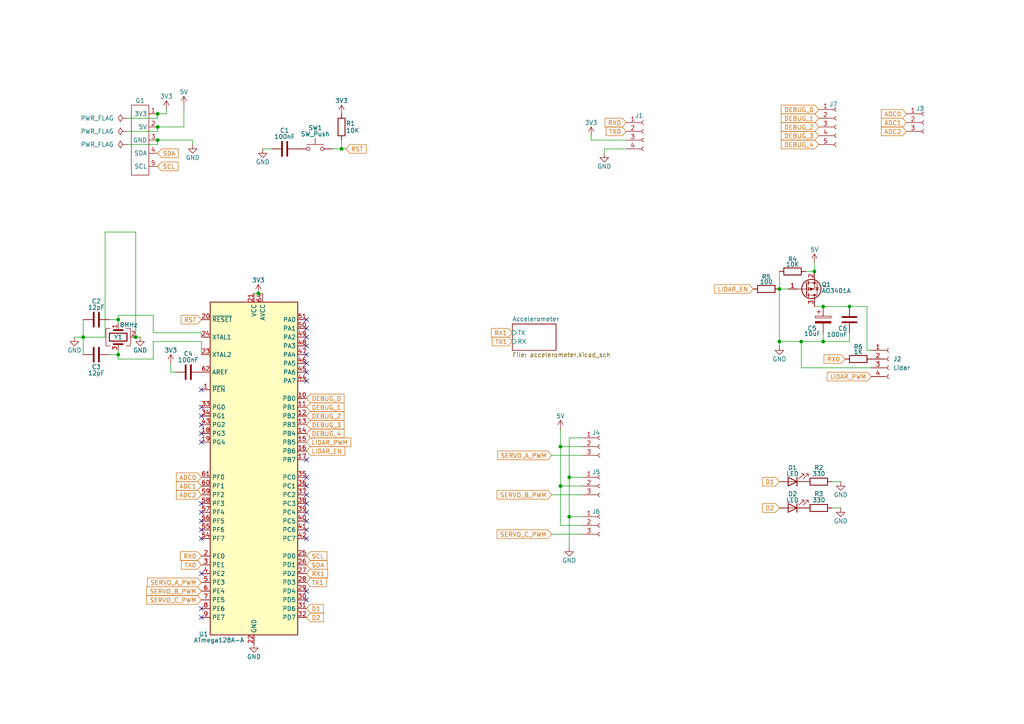
<source format=kicad_sch>
(kicad_sch
	(version 20250114)
	(generator "eeschema")
	(generator_version "9.0")
	(uuid "ddbee91c-d870-4cea-baff-6659bab9b5fd")
	(paper "A4")
	(lib_symbols
		(symbol "Connector:Conn_01x03_Socket"
			(pin_names
				(offset 1.016)
				(hide yes)
			)
			(exclude_from_sim no)
			(in_bom yes)
			(on_board yes)
			(property "Reference" "J"
				(at 0 5.08 0)
				(effects
					(font
						(size 1.27 1.27)
					)
				)
			)
			(property "Value" "Conn_01x03_Socket"
				(at 0 -5.08 0)
				(effects
					(font
						(size 1.27 1.27)
					)
				)
			)
			(property "Footprint" ""
				(at 0 0 0)
				(effects
					(font
						(size 1.27 1.27)
					)
					(hide yes)
				)
			)
			(property "Datasheet" "~"
				(at 0 0 0)
				(effects
					(font
						(size 1.27 1.27)
					)
					(hide yes)
				)
			)
			(property "Description" "Generic connector, single row, 01x03, script generated"
				(at 0 0 0)
				(effects
					(font
						(size 1.27 1.27)
					)
					(hide yes)
				)
			)
			(property "ki_locked" ""
				(at 0 0 0)
				(effects
					(font
						(size 1.27 1.27)
					)
				)
			)
			(property "ki_keywords" "connector"
				(at 0 0 0)
				(effects
					(font
						(size 1.27 1.27)
					)
					(hide yes)
				)
			)
			(property "ki_fp_filters" "Connector*:*_1x??_*"
				(at 0 0 0)
				(effects
					(font
						(size 1.27 1.27)
					)
					(hide yes)
				)
			)
			(symbol "Conn_01x03_Socket_1_1"
				(polyline
					(pts
						(xy -1.27 2.54) (xy -0.508 2.54)
					)
					(stroke
						(width 0.1524)
						(type default)
					)
					(fill
						(type none)
					)
				)
				(polyline
					(pts
						(xy -1.27 0) (xy -0.508 0)
					)
					(stroke
						(width 0.1524)
						(type default)
					)
					(fill
						(type none)
					)
				)
				(polyline
					(pts
						(xy -1.27 -2.54) (xy -0.508 -2.54)
					)
					(stroke
						(width 0.1524)
						(type default)
					)
					(fill
						(type none)
					)
				)
				(arc
					(start 0 2.032)
					(mid -0.5058 2.54)
					(end 0 3.048)
					(stroke
						(width 0.1524)
						(type default)
					)
					(fill
						(type none)
					)
				)
				(arc
					(start 0 -0.508)
					(mid -0.5058 0)
					(end 0 0.508)
					(stroke
						(width 0.1524)
						(type default)
					)
					(fill
						(type none)
					)
				)
				(arc
					(start 0 -3.048)
					(mid -0.5058 -2.54)
					(end 0 -2.032)
					(stroke
						(width 0.1524)
						(type default)
					)
					(fill
						(type none)
					)
				)
				(pin passive line
					(at -5.08 2.54 0)
					(length 3.81)
					(name "Pin_1"
						(effects
							(font
								(size 1.27 1.27)
							)
						)
					)
					(number "1"
						(effects
							(font
								(size 1.27 1.27)
							)
						)
					)
				)
				(pin passive line
					(at -5.08 0 0)
					(length 3.81)
					(name "Pin_2"
						(effects
							(font
								(size 1.27 1.27)
							)
						)
					)
					(number "2"
						(effects
							(font
								(size 1.27 1.27)
							)
						)
					)
				)
				(pin passive line
					(at -5.08 -2.54 0)
					(length 3.81)
					(name "Pin_3"
						(effects
							(font
								(size 1.27 1.27)
							)
						)
					)
					(number "3"
						(effects
							(font
								(size 1.27 1.27)
							)
						)
					)
				)
			)
			(embedded_fonts no)
		)
		(symbol "Connector:Conn_01x04_Socket"
			(pin_names
				(offset 1.016)
				(hide yes)
			)
			(exclude_from_sim no)
			(in_bom yes)
			(on_board yes)
			(property "Reference" "J"
				(at 0 5.08 0)
				(effects
					(font
						(size 1.27 1.27)
					)
				)
			)
			(property "Value" "Conn_01x04_Socket"
				(at 0 -7.62 0)
				(effects
					(font
						(size 1.27 1.27)
					)
				)
			)
			(property "Footprint" ""
				(at 0 0 0)
				(effects
					(font
						(size 1.27 1.27)
					)
					(hide yes)
				)
			)
			(property "Datasheet" "~"
				(at 0 0 0)
				(effects
					(font
						(size 1.27 1.27)
					)
					(hide yes)
				)
			)
			(property "Description" "Generic connector, single row, 01x04, script generated"
				(at 0 0 0)
				(effects
					(font
						(size 1.27 1.27)
					)
					(hide yes)
				)
			)
			(property "ki_locked" ""
				(at 0 0 0)
				(effects
					(font
						(size 1.27 1.27)
					)
				)
			)
			(property "ki_keywords" "connector"
				(at 0 0 0)
				(effects
					(font
						(size 1.27 1.27)
					)
					(hide yes)
				)
			)
			(property "ki_fp_filters" "Connector*:*_1x??_*"
				(at 0 0 0)
				(effects
					(font
						(size 1.27 1.27)
					)
					(hide yes)
				)
			)
			(symbol "Conn_01x04_Socket_1_1"
				(polyline
					(pts
						(xy -1.27 2.54) (xy -0.508 2.54)
					)
					(stroke
						(width 0.1524)
						(type default)
					)
					(fill
						(type none)
					)
				)
				(polyline
					(pts
						(xy -1.27 0) (xy -0.508 0)
					)
					(stroke
						(width 0.1524)
						(type default)
					)
					(fill
						(type none)
					)
				)
				(polyline
					(pts
						(xy -1.27 -2.54) (xy -0.508 -2.54)
					)
					(stroke
						(width 0.1524)
						(type default)
					)
					(fill
						(type none)
					)
				)
				(polyline
					(pts
						(xy -1.27 -5.08) (xy -0.508 -5.08)
					)
					(stroke
						(width 0.1524)
						(type default)
					)
					(fill
						(type none)
					)
				)
				(arc
					(start 0 2.032)
					(mid -0.5058 2.54)
					(end 0 3.048)
					(stroke
						(width 0.1524)
						(type default)
					)
					(fill
						(type none)
					)
				)
				(arc
					(start 0 -0.508)
					(mid -0.5058 0)
					(end 0 0.508)
					(stroke
						(width 0.1524)
						(type default)
					)
					(fill
						(type none)
					)
				)
				(arc
					(start 0 -3.048)
					(mid -0.5058 -2.54)
					(end 0 -2.032)
					(stroke
						(width 0.1524)
						(type default)
					)
					(fill
						(type none)
					)
				)
				(arc
					(start 0 -5.588)
					(mid -0.5058 -5.08)
					(end 0 -4.572)
					(stroke
						(width 0.1524)
						(type default)
					)
					(fill
						(type none)
					)
				)
				(pin passive line
					(at -5.08 2.54 0)
					(length 3.81)
					(name "Pin_1"
						(effects
							(font
								(size 1.27 1.27)
							)
						)
					)
					(number "1"
						(effects
							(font
								(size 1.27 1.27)
							)
						)
					)
				)
				(pin passive line
					(at -5.08 0 0)
					(length 3.81)
					(name "Pin_2"
						(effects
							(font
								(size 1.27 1.27)
							)
						)
					)
					(number "2"
						(effects
							(font
								(size 1.27 1.27)
							)
						)
					)
				)
				(pin passive line
					(at -5.08 -2.54 0)
					(length 3.81)
					(name "Pin_3"
						(effects
							(font
								(size 1.27 1.27)
							)
						)
					)
					(number "3"
						(effects
							(font
								(size 1.27 1.27)
							)
						)
					)
				)
				(pin passive line
					(at -5.08 -5.08 0)
					(length 3.81)
					(name "Pin_4"
						(effects
							(font
								(size 1.27 1.27)
							)
						)
					)
					(number "4"
						(effects
							(font
								(size 1.27 1.27)
							)
						)
					)
				)
			)
			(embedded_fonts no)
		)
		(symbol "Connector:Conn_01x05_Socket"
			(pin_names
				(offset 1.016)
				(hide yes)
			)
			(exclude_from_sim no)
			(in_bom yes)
			(on_board yes)
			(property "Reference" "J"
				(at 0 7.62 0)
				(effects
					(font
						(size 1.27 1.27)
					)
				)
			)
			(property "Value" "Conn_01x05_Socket"
				(at 0 -7.62 0)
				(effects
					(font
						(size 1.27 1.27)
					)
				)
			)
			(property "Footprint" ""
				(at 0 0 0)
				(effects
					(font
						(size 1.27 1.27)
					)
					(hide yes)
				)
			)
			(property "Datasheet" "~"
				(at 0 0 0)
				(effects
					(font
						(size 1.27 1.27)
					)
					(hide yes)
				)
			)
			(property "Description" "Generic connector, single row, 01x05, script generated"
				(at 0 0 0)
				(effects
					(font
						(size 1.27 1.27)
					)
					(hide yes)
				)
			)
			(property "ki_locked" ""
				(at 0 0 0)
				(effects
					(font
						(size 1.27 1.27)
					)
				)
			)
			(property "ki_keywords" "connector"
				(at 0 0 0)
				(effects
					(font
						(size 1.27 1.27)
					)
					(hide yes)
				)
			)
			(property "ki_fp_filters" "Connector*:*_1x??_*"
				(at 0 0 0)
				(effects
					(font
						(size 1.27 1.27)
					)
					(hide yes)
				)
			)
			(symbol "Conn_01x05_Socket_1_1"
				(polyline
					(pts
						(xy -1.27 5.08) (xy -0.508 5.08)
					)
					(stroke
						(width 0.1524)
						(type default)
					)
					(fill
						(type none)
					)
				)
				(polyline
					(pts
						(xy -1.27 2.54) (xy -0.508 2.54)
					)
					(stroke
						(width 0.1524)
						(type default)
					)
					(fill
						(type none)
					)
				)
				(polyline
					(pts
						(xy -1.27 0) (xy -0.508 0)
					)
					(stroke
						(width 0.1524)
						(type default)
					)
					(fill
						(type none)
					)
				)
				(polyline
					(pts
						(xy -1.27 -2.54) (xy -0.508 -2.54)
					)
					(stroke
						(width 0.1524)
						(type default)
					)
					(fill
						(type none)
					)
				)
				(polyline
					(pts
						(xy -1.27 -5.08) (xy -0.508 -5.08)
					)
					(stroke
						(width 0.1524)
						(type default)
					)
					(fill
						(type none)
					)
				)
				(arc
					(start 0 4.572)
					(mid -0.5058 5.08)
					(end 0 5.588)
					(stroke
						(width 0.1524)
						(type default)
					)
					(fill
						(type none)
					)
				)
				(arc
					(start 0 2.032)
					(mid -0.5058 2.54)
					(end 0 3.048)
					(stroke
						(width 0.1524)
						(type default)
					)
					(fill
						(type none)
					)
				)
				(arc
					(start 0 -0.508)
					(mid -0.5058 0)
					(end 0 0.508)
					(stroke
						(width 0.1524)
						(type default)
					)
					(fill
						(type none)
					)
				)
				(arc
					(start 0 -3.048)
					(mid -0.5058 -2.54)
					(end 0 -2.032)
					(stroke
						(width 0.1524)
						(type default)
					)
					(fill
						(type none)
					)
				)
				(arc
					(start 0 -5.588)
					(mid -0.5058 -5.08)
					(end 0 -4.572)
					(stroke
						(width 0.1524)
						(type default)
					)
					(fill
						(type none)
					)
				)
				(pin passive line
					(at -5.08 5.08 0)
					(length 3.81)
					(name "Pin_1"
						(effects
							(font
								(size 1.27 1.27)
							)
						)
					)
					(number "1"
						(effects
							(font
								(size 1.27 1.27)
							)
						)
					)
				)
				(pin passive line
					(at -5.08 2.54 0)
					(length 3.81)
					(name "Pin_2"
						(effects
							(font
								(size 1.27 1.27)
							)
						)
					)
					(number "2"
						(effects
							(font
								(size 1.27 1.27)
							)
						)
					)
				)
				(pin passive line
					(at -5.08 0 0)
					(length 3.81)
					(name "Pin_3"
						(effects
							(font
								(size 1.27 1.27)
							)
						)
					)
					(number "3"
						(effects
							(font
								(size 1.27 1.27)
							)
						)
					)
				)
				(pin passive line
					(at -5.08 -2.54 0)
					(length 3.81)
					(name "Pin_4"
						(effects
							(font
								(size 1.27 1.27)
							)
						)
					)
					(number "4"
						(effects
							(font
								(size 1.27 1.27)
							)
						)
					)
				)
				(pin passive line
					(at -5.08 -5.08 0)
					(length 3.81)
					(name "Pin_5"
						(effects
							(font
								(size 1.27 1.27)
							)
						)
					)
					(number "5"
						(effects
							(font
								(size 1.27 1.27)
							)
						)
					)
				)
			)
			(embedded_fonts no)
		)
		(symbol "Device:C"
			(pin_numbers
				(hide yes)
			)
			(pin_names
				(offset 0.254)
			)
			(exclude_from_sim no)
			(in_bom yes)
			(on_board yes)
			(property "Reference" "C"
				(at 0.635 2.54 0)
				(effects
					(font
						(size 1.27 1.27)
					)
					(justify left)
				)
			)
			(property "Value" "C"
				(at 0.635 -2.54 0)
				(effects
					(font
						(size 1.27 1.27)
					)
					(justify left)
				)
			)
			(property "Footprint" ""
				(at 0.9652 -3.81 0)
				(effects
					(font
						(size 1.27 1.27)
					)
					(hide yes)
				)
			)
			(property "Datasheet" "~"
				(at 0 0 0)
				(effects
					(font
						(size 1.27 1.27)
					)
					(hide yes)
				)
			)
			(property "Description" "Unpolarized capacitor"
				(at 0 0 0)
				(effects
					(font
						(size 1.27 1.27)
					)
					(hide yes)
				)
			)
			(property "ki_keywords" "cap capacitor"
				(at 0 0 0)
				(effects
					(font
						(size 1.27 1.27)
					)
					(hide yes)
				)
			)
			(property "ki_fp_filters" "C_*"
				(at 0 0 0)
				(effects
					(font
						(size 1.27 1.27)
					)
					(hide yes)
				)
			)
			(symbol "C_0_1"
				(polyline
					(pts
						(xy -2.032 0.762) (xy 2.032 0.762)
					)
					(stroke
						(width 0.508)
						(type default)
					)
					(fill
						(type none)
					)
				)
				(polyline
					(pts
						(xy -2.032 -0.762) (xy 2.032 -0.762)
					)
					(stroke
						(width 0.508)
						(type default)
					)
					(fill
						(type none)
					)
				)
			)
			(symbol "C_1_1"
				(pin passive line
					(at 0 3.81 270)
					(length 2.794)
					(name "~"
						(effects
							(font
								(size 1.27 1.27)
							)
						)
					)
					(number "1"
						(effects
							(font
								(size 1.27 1.27)
							)
						)
					)
				)
				(pin passive line
					(at 0 -3.81 90)
					(length 2.794)
					(name "~"
						(effects
							(font
								(size 1.27 1.27)
							)
						)
					)
					(number "2"
						(effects
							(font
								(size 1.27 1.27)
							)
						)
					)
				)
			)
			(embedded_fonts no)
		)
		(symbol "Device:C_Polarized"
			(pin_numbers
				(hide yes)
			)
			(pin_names
				(offset 0.254)
			)
			(exclude_from_sim no)
			(in_bom yes)
			(on_board yes)
			(property "Reference" "C"
				(at 0.635 2.54 0)
				(effects
					(font
						(size 1.27 1.27)
					)
					(justify left)
				)
			)
			(property "Value" "C_Polarized"
				(at 0.635 -2.54 0)
				(effects
					(font
						(size 1.27 1.27)
					)
					(justify left)
				)
			)
			(property "Footprint" ""
				(at 0.9652 -3.81 0)
				(effects
					(font
						(size 1.27 1.27)
					)
					(hide yes)
				)
			)
			(property "Datasheet" "~"
				(at 0 0 0)
				(effects
					(font
						(size 1.27 1.27)
					)
					(hide yes)
				)
			)
			(property "Description" "Polarized capacitor"
				(at 0 0 0)
				(effects
					(font
						(size 1.27 1.27)
					)
					(hide yes)
				)
			)
			(property "ki_keywords" "cap capacitor"
				(at 0 0 0)
				(effects
					(font
						(size 1.27 1.27)
					)
					(hide yes)
				)
			)
			(property "ki_fp_filters" "CP_*"
				(at 0 0 0)
				(effects
					(font
						(size 1.27 1.27)
					)
					(hide yes)
				)
			)
			(symbol "C_Polarized_0_1"
				(rectangle
					(start -2.286 0.508)
					(end 2.286 1.016)
					(stroke
						(width 0)
						(type default)
					)
					(fill
						(type none)
					)
				)
				(polyline
					(pts
						(xy -1.778 2.286) (xy -0.762 2.286)
					)
					(stroke
						(width 0)
						(type default)
					)
					(fill
						(type none)
					)
				)
				(polyline
					(pts
						(xy -1.27 2.794) (xy -1.27 1.778)
					)
					(stroke
						(width 0)
						(type default)
					)
					(fill
						(type none)
					)
				)
				(rectangle
					(start 2.286 -0.508)
					(end -2.286 -1.016)
					(stroke
						(width 0)
						(type default)
					)
					(fill
						(type outline)
					)
				)
			)
			(symbol "C_Polarized_1_1"
				(pin passive line
					(at 0 3.81 270)
					(length 2.794)
					(name "~"
						(effects
							(font
								(size 1.27 1.27)
							)
						)
					)
					(number "1"
						(effects
							(font
								(size 1.27 1.27)
							)
						)
					)
				)
				(pin passive line
					(at 0 -3.81 90)
					(length 2.794)
					(name "~"
						(effects
							(font
								(size 1.27 1.27)
							)
						)
					)
					(number "2"
						(effects
							(font
								(size 1.27 1.27)
							)
						)
					)
				)
			)
			(embedded_fonts no)
		)
		(symbol "Device:Crystal_GND24"
			(pin_names
				(offset 1.016)
				(hide yes)
			)
			(exclude_from_sim no)
			(in_bom yes)
			(on_board yes)
			(property "Reference" "Y"
				(at 3.175 5.08 0)
				(effects
					(font
						(size 1.27 1.27)
					)
					(justify left)
				)
			)
			(property "Value" "Crystal_GND24"
				(at 3.175 3.175 0)
				(effects
					(font
						(size 1.27 1.27)
					)
					(justify left)
				)
			)
			(property "Footprint" ""
				(at 0 0 0)
				(effects
					(font
						(size 1.27 1.27)
					)
					(hide yes)
				)
			)
			(property "Datasheet" "~"
				(at 0 0 0)
				(effects
					(font
						(size 1.27 1.27)
					)
					(hide yes)
				)
			)
			(property "Description" "Four pin crystal, GND on pins 2 and 4"
				(at 0 0 0)
				(effects
					(font
						(size 1.27 1.27)
					)
					(hide yes)
				)
			)
			(property private "KLC_S3.3" "The rectangle is not a symbol body but a graphical element"
				(at 0 -12.7 0)
				(show_name)
				(effects
					(font
						(size 1.27 1.27)
					)
					(hide yes)
				)
			)
			(property private "KLC_S4.1" "Some pins are on 50mil grid to make the symbol small"
				(at 0 -15.24 0)
				(show_name)
				(effects
					(font
						(size 1.27 1.27)
					)
					(hide yes)
				)
			)
			(property "ki_keywords" "quartz ceramic resonator oscillator"
				(at 0 0 0)
				(effects
					(font
						(size 1.27 1.27)
					)
					(hide yes)
				)
			)
			(property "ki_fp_filters" "Crystal*"
				(at 0 0 0)
				(effects
					(font
						(size 1.27 1.27)
					)
					(hide yes)
				)
			)
			(symbol "Crystal_GND24_0_1"
				(polyline
					(pts
						(xy -2.54 2.286) (xy -2.54 3.556) (xy 2.54 3.556) (xy 2.54 2.286)
					)
					(stroke
						(width 0)
						(type default)
					)
					(fill
						(type none)
					)
				)
				(polyline
					(pts
						(xy -2.54 0) (xy -2.032 0)
					)
					(stroke
						(width 0)
						(type default)
					)
					(fill
						(type none)
					)
				)
				(polyline
					(pts
						(xy -2.54 -2.286) (xy -2.54 -3.556) (xy 2.54 -3.556) (xy 2.54 -2.286)
					)
					(stroke
						(width 0)
						(type default)
					)
					(fill
						(type none)
					)
				)
				(polyline
					(pts
						(xy -2.032 -1.27) (xy -2.032 1.27)
					)
					(stroke
						(width 0.508)
						(type default)
					)
					(fill
						(type none)
					)
				)
				(rectangle
					(start -1.143 2.54)
					(end 1.143 -2.54)
					(stroke
						(width 0.3048)
						(type default)
					)
					(fill
						(type none)
					)
				)
				(polyline
					(pts
						(xy 0 -3.81) (xy 0 -3.556)
					)
					(stroke
						(width 0)
						(type default)
					)
					(fill
						(type none)
					)
				)
				(polyline
					(pts
						(xy 2.032 0) (xy 2.54 0)
					)
					(stroke
						(width 0)
						(type default)
					)
					(fill
						(type none)
					)
				)
				(polyline
					(pts
						(xy 2.032 -1.27) (xy 2.032 1.27)
					)
					(stroke
						(width 0.508)
						(type default)
					)
					(fill
						(type none)
					)
				)
			)
			(symbol "Crystal_GND24_1_1"
				(pin passive line
					(at -3.81 0 0)
					(length 1.27)
					(name "1"
						(effects
							(font
								(size 1.27 1.27)
							)
						)
					)
					(number "1"
						(effects
							(font
								(size 1.27 1.27)
							)
						)
					)
				)
				(pin passive line
					(at 0 -5.08 90)
					(length 1.27)
					(name "G"
						(effects
							(font
								(size 1.27 1.27)
							)
						)
					)
					(number "2"
						(effects
							(font
								(size 1.27 1.27)
							)
						)
					)
				)
				(pin passive line
					(at 0 -5.08 90)
					(length 1.27)
					(hide yes)
					(name "G"
						(effects
							(font
								(size 1.27 1.27)
							)
						)
					)
					(number "4"
						(effects
							(font
								(size 1.27 1.27)
							)
						)
					)
				)
				(pin passive line
					(at 3.81 0 180)
					(length 1.27)
					(name "3"
						(effects
							(font
								(size 1.27 1.27)
							)
						)
					)
					(number "3"
						(effects
							(font
								(size 1.27 1.27)
							)
						)
					)
				)
			)
			(embedded_fonts no)
		)
		(symbol "Device:LED"
			(pin_numbers
				(hide yes)
			)
			(pin_names
				(offset 1.016)
				(hide yes)
			)
			(exclude_from_sim no)
			(in_bom yes)
			(on_board yes)
			(property "Reference" "D"
				(at 0 2.54 0)
				(effects
					(font
						(size 1.27 1.27)
					)
				)
			)
			(property "Value" "LED"
				(at 0 -2.54 0)
				(effects
					(font
						(size 1.27 1.27)
					)
				)
			)
			(property "Footprint" ""
				(at 0 0 0)
				(effects
					(font
						(size 1.27 1.27)
					)
					(hide yes)
				)
			)
			(property "Datasheet" "~"
				(at 0 0 0)
				(effects
					(font
						(size 1.27 1.27)
					)
					(hide yes)
				)
			)
			(property "Description" "Light emitting diode"
				(at 0 0 0)
				(effects
					(font
						(size 1.27 1.27)
					)
					(hide yes)
				)
			)
			(property "Sim.Pins" "1=K 2=A"
				(at 0 0 0)
				(effects
					(font
						(size 1.27 1.27)
					)
					(hide yes)
				)
			)
			(property "ki_keywords" "LED diode"
				(at 0 0 0)
				(effects
					(font
						(size 1.27 1.27)
					)
					(hide yes)
				)
			)
			(property "ki_fp_filters" "LED* LED_SMD:* LED_THT:*"
				(at 0 0 0)
				(effects
					(font
						(size 1.27 1.27)
					)
					(hide yes)
				)
			)
			(symbol "LED_0_1"
				(polyline
					(pts
						(xy -3.048 -0.762) (xy -4.572 -2.286) (xy -3.81 -2.286) (xy -4.572 -2.286) (xy -4.572 -1.524)
					)
					(stroke
						(width 0)
						(type default)
					)
					(fill
						(type none)
					)
				)
				(polyline
					(pts
						(xy -1.778 -0.762) (xy -3.302 -2.286) (xy -2.54 -2.286) (xy -3.302 -2.286) (xy -3.302 -1.524)
					)
					(stroke
						(width 0)
						(type default)
					)
					(fill
						(type none)
					)
				)
				(polyline
					(pts
						(xy -1.27 0) (xy 1.27 0)
					)
					(stroke
						(width 0)
						(type default)
					)
					(fill
						(type none)
					)
				)
				(polyline
					(pts
						(xy -1.27 -1.27) (xy -1.27 1.27)
					)
					(stroke
						(width 0.254)
						(type default)
					)
					(fill
						(type none)
					)
				)
				(polyline
					(pts
						(xy 1.27 -1.27) (xy 1.27 1.27) (xy -1.27 0) (xy 1.27 -1.27)
					)
					(stroke
						(width 0.254)
						(type default)
					)
					(fill
						(type none)
					)
				)
			)
			(symbol "LED_1_1"
				(pin passive line
					(at -3.81 0 0)
					(length 2.54)
					(name "K"
						(effects
							(font
								(size 1.27 1.27)
							)
						)
					)
					(number "1"
						(effects
							(font
								(size 1.27 1.27)
							)
						)
					)
				)
				(pin passive line
					(at 3.81 0 180)
					(length 2.54)
					(name "A"
						(effects
							(font
								(size 1.27 1.27)
							)
						)
					)
					(number "2"
						(effects
							(font
								(size 1.27 1.27)
							)
						)
					)
				)
			)
			(embedded_fonts no)
		)
		(symbol "Device:R"
			(pin_numbers
				(hide yes)
			)
			(pin_names
				(offset 0)
			)
			(exclude_from_sim no)
			(in_bom yes)
			(on_board yes)
			(property "Reference" "R"
				(at 2.032 0 90)
				(effects
					(font
						(size 1.27 1.27)
					)
				)
			)
			(property "Value" "R"
				(at 0 0 90)
				(effects
					(font
						(size 1.27 1.27)
					)
				)
			)
			(property "Footprint" ""
				(at -1.778 0 90)
				(effects
					(font
						(size 1.27 1.27)
					)
					(hide yes)
				)
			)
			(property "Datasheet" "~"
				(at 0 0 0)
				(effects
					(font
						(size 1.27 1.27)
					)
					(hide yes)
				)
			)
			(property "Description" "Resistor"
				(at 0 0 0)
				(effects
					(font
						(size 1.27 1.27)
					)
					(hide yes)
				)
			)
			(property "ki_keywords" "R res resistor"
				(at 0 0 0)
				(effects
					(font
						(size 1.27 1.27)
					)
					(hide yes)
				)
			)
			(property "ki_fp_filters" "R_*"
				(at 0 0 0)
				(effects
					(font
						(size 1.27 1.27)
					)
					(hide yes)
				)
			)
			(symbol "R_0_1"
				(rectangle
					(start -1.016 -2.54)
					(end 1.016 2.54)
					(stroke
						(width 0.254)
						(type default)
					)
					(fill
						(type none)
					)
				)
			)
			(symbol "R_1_1"
				(pin passive line
					(at 0 3.81 270)
					(length 1.27)
					(name "~"
						(effects
							(font
								(size 1.27 1.27)
							)
						)
					)
					(number "1"
						(effects
							(font
								(size 1.27 1.27)
							)
						)
					)
				)
				(pin passive line
					(at 0 -3.81 90)
					(length 1.27)
					(name "~"
						(effects
							(font
								(size 1.27 1.27)
							)
						)
					)
					(number "2"
						(effects
							(font
								(size 1.27 1.27)
							)
						)
					)
				)
			)
			(embedded_fonts no)
		)
		(symbol "MCU_Microchip_ATmega:ATmega128A-A"
			(exclude_from_sim no)
			(in_bom yes)
			(on_board yes)
			(property "Reference" "U"
				(at -12.7 49.53 0)
				(effects
					(font
						(size 1.27 1.27)
					)
					(justify left bottom)
				)
			)
			(property "Value" "ATmega128A-A"
				(at 2.54 -49.53 0)
				(effects
					(font
						(size 1.27 1.27)
					)
					(justify left top)
				)
			)
			(property "Footprint" "Package_QFP:TQFP-64_14x14mm_P0.8mm"
				(at 0 0 0)
				(effects
					(font
						(size 1.27 1.27)
						(italic yes)
					)
					(hide yes)
				)
			)
			(property "Datasheet" "http://ww1.microchip.com/downloads/en/DeviceDoc/Atmel-8151-8-bit-AVR-ATmega128A_Datasheet.pdf"
				(at 0 0 0)
				(effects
					(font
						(size 1.27 1.27)
					)
					(hide yes)
				)
			)
			(property "Description" "16MHz, 128kB Flash, 4kB SRAM, 4kB EEPROM, TQFP-64"
				(at 0 0 0)
				(effects
					(font
						(size 1.27 1.27)
					)
					(hide yes)
				)
			)
			(property "ki_keywords" "AVR 8bit Microcontroller MegaAVR"
				(at 0 0 0)
				(effects
					(font
						(size 1.27 1.27)
					)
					(hide yes)
				)
			)
			(property "ki_fp_filters" "TQFP*14x14mm*P0.8mm*"
				(at 0 0 0)
				(effects
					(font
						(size 1.27 1.27)
					)
					(hide yes)
				)
			)
			(symbol "ATmega128A-A_0_1"
				(rectangle
					(start -12.7 -48.26)
					(end 12.7 48.26)
					(stroke
						(width 0.254)
						(type default)
					)
					(fill
						(type background)
					)
				)
			)
			(symbol "ATmega128A-A_1_1"
				(pin input line
					(at -15.24 43.18 0)
					(length 2.54)
					(name "~{RESET}"
						(effects
							(font
								(size 1.27 1.27)
							)
						)
					)
					(number "20"
						(effects
							(font
								(size 1.27 1.27)
							)
						)
					)
				)
				(pin input line
					(at -15.24 38.1 0)
					(length 2.54)
					(name "XTAL1"
						(effects
							(font
								(size 1.27 1.27)
							)
						)
					)
					(number "24"
						(effects
							(font
								(size 1.27 1.27)
							)
						)
					)
				)
				(pin output line
					(at -15.24 33.02 0)
					(length 2.54)
					(name "XTAL2"
						(effects
							(font
								(size 1.27 1.27)
							)
						)
					)
					(number "23"
						(effects
							(font
								(size 1.27 1.27)
							)
						)
					)
				)
				(pin passive line
					(at -15.24 27.94 0)
					(length 2.54)
					(name "AREF"
						(effects
							(font
								(size 1.27 1.27)
							)
						)
					)
					(number "62"
						(effects
							(font
								(size 1.27 1.27)
							)
						)
					)
				)
				(pin input line
					(at -15.24 22.86 0)
					(length 2.54)
					(name "~{PEN}"
						(effects
							(font
								(size 1.27 1.27)
							)
						)
					)
					(number "1"
						(effects
							(font
								(size 1.27 1.27)
							)
						)
					)
				)
				(pin bidirectional line
					(at -15.24 17.78 0)
					(length 2.54)
					(name "PG0"
						(effects
							(font
								(size 1.27 1.27)
							)
						)
					)
					(number "33"
						(effects
							(font
								(size 1.27 1.27)
							)
						)
					)
				)
				(pin bidirectional line
					(at -15.24 15.24 0)
					(length 2.54)
					(name "PG1"
						(effects
							(font
								(size 1.27 1.27)
							)
						)
					)
					(number "34"
						(effects
							(font
								(size 1.27 1.27)
							)
						)
					)
				)
				(pin bidirectional line
					(at -15.24 12.7 0)
					(length 2.54)
					(name "PG2"
						(effects
							(font
								(size 1.27 1.27)
							)
						)
					)
					(number "43"
						(effects
							(font
								(size 1.27 1.27)
							)
						)
					)
				)
				(pin bidirectional line
					(at -15.24 10.16 0)
					(length 2.54)
					(name "PG3"
						(effects
							(font
								(size 1.27 1.27)
							)
						)
					)
					(number "18"
						(effects
							(font
								(size 1.27 1.27)
							)
						)
					)
				)
				(pin bidirectional line
					(at -15.24 7.62 0)
					(length 2.54)
					(name "PG4"
						(effects
							(font
								(size 1.27 1.27)
							)
						)
					)
					(number "19"
						(effects
							(font
								(size 1.27 1.27)
							)
						)
					)
				)
				(pin bidirectional line
					(at -15.24 -2.54 0)
					(length 2.54)
					(name "PF0"
						(effects
							(font
								(size 1.27 1.27)
							)
						)
					)
					(number "61"
						(effects
							(font
								(size 1.27 1.27)
							)
						)
					)
				)
				(pin bidirectional line
					(at -15.24 -5.08 0)
					(length 2.54)
					(name "PF1"
						(effects
							(font
								(size 1.27 1.27)
							)
						)
					)
					(number "60"
						(effects
							(font
								(size 1.27 1.27)
							)
						)
					)
				)
				(pin bidirectional line
					(at -15.24 -7.62 0)
					(length 2.54)
					(name "PF2"
						(effects
							(font
								(size 1.27 1.27)
							)
						)
					)
					(number "59"
						(effects
							(font
								(size 1.27 1.27)
							)
						)
					)
				)
				(pin bidirectional line
					(at -15.24 -10.16 0)
					(length 2.54)
					(name "PF3"
						(effects
							(font
								(size 1.27 1.27)
							)
						)
					)
					(number "58"
						(effects
							(font
								(size 1.27 1.27)
							)
						)
					)
				)
				(pin bidirectional line
					(at -15.24 -12.7 0)
					(length 2.54)
					(name "PF4"
						(effects
							(font
								(size 1.27 1.27)
							)
						)
					)
					(number "57"
						(effects
							(font
								(size 1.27 1.27)
							)
						)
					)
				)
				(pin bidirectional line
					(at -15.24 -15.24 0)
					(length 2.54)
					(name "PF5"
						(effects
							(font
								(size 1.27 1.27)
							)
						)
					)
					(number "56"
						(effects
							(font
								(size 1.27 1.27)
							)
						)
					)
				)
				(pin bidirectional line
					(at -15.24 -17.78 0)
					(length 2.54)
					(name "PF6"
						(effects
							(font
								(size 1.27 1.27)
							)
						)
					)
					(number "55"
						(effects
							(font
								(size 1.27 1.27)
							)
						)
					)
				)
				(pin bidirectional line
					(at -15.24 -20.32 0)
					(length 2.54)
					(name "PF7"
						(effects
							(font
								(size 1.27 1.27)
							)
						)
					)
					(number "54"
						(effects
							(font
								(size 1.27 1.27)
							)
						)
					)
				)
				(pin bidirectional line
					(at -15.24 -25.4 0)
					(length 2.54)
					(name "PE0"
						(effects
							(font
								(size 1.27 1.27)
							)
						)
					)
					(number "2"
						(effects
							(font
								(size 1.27 1.27)
							)
						)
					)
				)
				(pin bidirectional line
					(at -15.24 -27.94 0)
					(length 2.54)
					(name "PE1"
						(effects
							(font
								(size 1.27 1.27)
							)
						)
					)
					(number "3"
						(effects
							(font
								(size 1.27 1.27)
							)
						)
					)
				)
				(pin bidirectional line
					(at -15.24 -30.48 0)
					(length 2.54)
					(name "PE2"
						(effects
							(font
								(size 1.27 1.27)
							)
						)
					)
					(number "4"
						(effects
							(font
								(size 1.27 1.27)
							)
						)
					)
				)
				(pin bidirectional line
					(at -15.24 -33.02 0)
					(length 2.54)
					(name "PE3"
						(effects
							(font
								(size 1.27 1.27)
							)
						)
					)
					(number "5"
						(effects
							(font
								(size 1.27 1.27)
							)
						)
					)
				)
				(pin bidirectional line
					(at -15.24 -35.56 0)
					(length 2.54)
					(name "PE4"
						(effects
							(font
								(size 1.27 1.27)
							)
						)
					)
					(number "6"
						(effects
							(font
								(size 1.27 1.27)
							)
						)
					)
				)
				(pin bidirectional line
					(at -15.24 -38.1 0)
					(length 2.54)
					(name "PE5"
						(effects
							(font
								(size 1.27 1.27)
							)
						)
					)
					(number "7"
						(effects
							(font
								(size 1.27 1.27)
							)
						)
					)
				)
				(pin bidirectional line
					(at -15.24 -40.64 0)
					(length 2.54)
					(name "PE6"
						(effects
							(font
								(size 1.27 1.27)
							)
						)
					)
					(number "8"
						(effects
							(font
								(size 1.27 1.27)
							)
						)
					)
				)
				(pin bidirectional line
					(at -15.24 -43.18 0)
					(length 2.54)
					(name "PE7"
						(effects
							(font
								(size 1.27 1.27)
							)
						)
					)
					(number "9"
						(effects
							(font
								(size 1.27 1.27)
							)
						)
					)
				)
				(pin power_in line
					(at 0 50.8 270)
					(length 2.54)
					(name "VCC"
						(effects
							(font
								(size 1.27 1.27)
							)
						)
					)
					(number "21"
						(effects
							(font
								(size 1.27 1.27)
							)
						)
					)
				)
				(pin passive line
					(at 0 50.8 270)
					(length 2.54)
					(hide yes)
					(name "VCC"
						(effects
							(font
								(size 1.27 1.27)
							)
						)
					)
					(number "52"
						(effects
							(font
								(size 1.27 1.27)
							)
						)
					)
				)
				(pin power_in line
					(at 0 -50.8 90)
					(length 2.54)
					(name "GND"
						(effects
							(font
								(size 1.27 1.27)
							)
						)
					)
					(number "22"
						(effects
							(font
								(size 1.27 1.27)
							)
						)
					)
				)
				(pin passive line
					(at 0 -50.8 90)
					(length 2.54)
					(hide yes)
					(name "GND"
						(effects
							(font
								(size 1.27 1.27)
							)
						)
					)
					(number "53"
						(effects
							(font
								(size 1.27 1.27)
							)
						)
					)
				)
				(pin passive line
					(at 0 -50.8 90)
					(length 2.54)
					(hide yes)
					(name "GND"
						(effects
							(font
								(size 1.27 1.27)
							)
						)
					)
					(number "63"
						(effects
							(font
								(size 1.27 1.27)
							)
						)
					)
				)
				(pin power_in line
					(at 2.54 50.8 270)
					(length 2.54)
					(name "AVCC"
						(effects
							(font
								(size 1.27 1.27)
							)
						)
					)
					(number "64"
						(effects
							(font
								(size 1.27 1.27)
							)
						)
					)
				)
				(pin bidirectional line
					(at 15.24 43.18 180)
					(length 2.54)
					(name "PA0"
						(effects
							(font
								(size 1.27 1.27)
							)
						)
					)
					(number "51"
						(effects
							(font
								(size 1.27 1.27)
							)
						)
					)
				)
				(pin bidirectional line
					(at 15.24 40.64 180)
					(length 2.54)
					(name "PA1"
						(effects
							(font
								(size 1.27 1.27)
							)
						)
					)
					(number "50"
						(effects
							(font
								(size 1.27 1.27)
							)
						)
					)
				)
				(pin bidirectional line
					(at 15.24 38.1 180)
					(length 2.54)
					(name "PA2"
						(effects
							(font
								(size 1.27 1.27)
							)
						)
					)
					(number "49"
						(effects
							(font
								(size 1.27 1.27)
							)
						)
					)
				)
				(pin bidirectional line
					(at 15.24 35.56 180)
					(length 2.54)
					(name "PA3"
						(effects
							(font
								(size 1.27 1.27)
							)
						)
					)
					(number "48"
						(effects
							(font
								(size 1.27 1.27)
							)
						)
					)
				)
				(pin bidirectional line
					(at 15.24 33.02 180)
					(length 2.54)
					(name "PA4"
						(effects
							(font
								(size 1.27 1.27)
							)
						)
					)
					(number "47"
						(effects
							(font
								(size 1.27 1.27)
							)
						)
					)
				)
				(pin bidirectional line
					(at 15.24 30.48 180)
					(length 2.54)
					(name "PA5"
						(effects
							(font
								(size 1.27 1.27)
							)
						)
					)
					(number "46"
						(effects
							(font
								(size 1.27 1.27)
							)
						)
					)
				)
				(pin bidirectional line
					(at 15.24 27.94 180)
					(length 2.54)
					(name "PA6"
						(effects
							(font
								(size 1.27 1.27)
							)
						)
					)
					(number "45"
						(effects
							(font
								(size 1.27 1.27)
							)
						)
					)
				)
				(pin bidirectional line
					(at 15.24 25.4 180)
					(length 2.54)
					(name "PA7"
						(effects
							(font
								(size 1.27 1.27)
							)
						)
					)
					(number "44"
						(effects
							(font
								(size 1.27 1.27)
							)
						)
					)
				)
				(pin bidirectional line
					(at 15.24 20.32 180)
					(length 2.54)
					(name "PB0"
						(effects
							(font
								(size 1.27 1.27)
							)
						)
					)
					(number "10"
						(effects
							(font
								(size 1.27 1.27)
							)
						)
					)
				)
				(pin bidirectional line
					(at 15.24 17.78 180)
					(length 2.54)
					(name "PB1"
						(effects
							(font
								(size 1.27 1.27)
							)
						)
					)
					(number "11"
						(effects
							(font
								(size 1.27 1.27)
							)
						)
					)
				)
				(pin bidirectional line
					(at 15.24 15.24 180)
					(length 2.54)
					(name "PB2"
						(effects
							(font
								(size 1.27 1.27)
							)
						)
					)
					(number "12"
						(effects
							(font
								(size 1.27 1.27)
							)
						)
					)
				)
				(pin bidirectional line
					(at 15.24 12.7 180)
					(length 2.54)
					(name "PB3"
						(effects
							(font
								(size 1.27 1.27)
							)
						)
					)
					(number "13"
						(effects
							(font
								(size 1.27 1.27)
							)
						)
					)
				)
				(pin bidirectional line
					(at 15.24 10.16 180)
					(length 2.54)
					(name "PB4"
						(effects
							(font
								(size 1.27 1.27)
							)
						)
					)
					(number "14"
						(effects
							(font
								(size 1.27 1.27)
							)
						)
					)
				)
				(pin bidirectional line
					(at 15.24 7.62 180)
					(length 2.54)
					(name "PB5"
						(effects
							(font
								(size 1.27 1.27)
							)
						)
					)
					(number "15"
						(effects
							(font
								(size 1.27 1.27)
							)
						)
					)
				)
				(pin bidirectional line
					(at 15.24 5.08 180)
					(length 2.54)
					(name "PB6"
						(effects
							(font
								(size 1.27 1.27)
							)
						)
					)
					(number "16"
						(effects
							(font
								(size 1.27 1.27)
							)
						)
					)
				)
				(pin bidirectional line
					(at 15.24 2.54 180)
					(length 2.54)
					(name "PB7"
						(effects
							(font
								(size 1.27 1.27)
							)
						)
					)
					(number "17"
						(effects
							(font
								(size 1.27 1.27)
							)
						)
					)
				)
				(pin bidirectional line
					(at 15.24 -2.54 180)
					(length 2.54)
					(name "PC0"
						(effects
							(font
								(size 1.27 1.27)
							)
						)
					)
					(number "35"
						(effects
							(font
								(size 1.27 1.27)
							)
						)
					)
				)
				(pin bidirectional line
					(at 15.24 -5.08 180)
					(length 2.54)
					(name "PC1"
						(effects
							(font
								(size 1.27 1.27)
							)
						)
					)
					(number "36"
						(effects
							(font
								(size 1.27 1.27)
							)
						)
					)
				)
				(pin bidirectional line
					(at 15.24 -7.62 180)
					(length 2.54)
					(name "PC2"
						(effects
							(font
								(size 1.27 1.27)
							)
						)
					)
					(number "37"
						(effects
							(font
								(size 1.27 1.27)
							)
						)
					)
				)
				(pin bidirectional line
					(at 15.24 -10.16 180)
					(length 2.54)
					(name "PC3"
						(effects
							(font
								(size 1.27 1.27)
							)
						)
					)
					(number "38"
						(effects
							(font
								(size 1.27 1.27)
							)
						)
					)
				)
				(pin bidirectional line
					(at 15.24 -12.7 180)
					(length 2.54)
					(name "PC4"
						(effects
							(font
								(size 1.27 1.27)
							)
						)
					)
					(number "39"
						(effects
							(font
								(size 1.27 1.27)
							)
						)
					)
				)
				(pin bidirectional line
					(at 15.24 -15.24 180)
					(length 2.54)
					(name "PC5"
						(effects
							(font
								(size 1.27 1.27)
							)
						)
					)
					(number "40"
						(effects
							(font
								(size 1.27 1.27)
							)
						)
					)
				)
				(pin bidirectional line
					(at 15.24 -17.78 180)
					(length 2.54)
					(name "PC6"
						(effects
							(font
								(size 1.27 1.27)
							)
						)
					)
					(number "41"
						(effects
							(font
								(size 1.27 1.27)
							)
						)
					)
				)
				(pin bidirectional line
					(at 15.24 -20.32 180)
					(length 2.54)
					(name "PC7"
						(effects
							(font
								(size 1.27 1.27)
							)
						)
					)
					(number "42"
						(effects
							(font
								(size 1.27 1.27)
							)
						)
					)
				)
				(pin bidirectional line
					(at 15.24 -25.4 180)
					(length 2.54)
					(name "PD0"
						(effects
							(font
								(size 1.27 1.27)
							)
						)
					)
					(number "25"
						(effects
							(font
								(size 1.27 1.27)
							)
						)
					)
				)
				(pin bidirectional line
					(at 15.24 -27.94 180)
					(length 2.54)
					(name "PD1"
						(effects
							(font
								(size 1.27 1.27)
							)
						)
					)
					(number "26"
						(effects
							(font
								(size 1.27 1.27)
							)
						)
					)
				)
				(pin bidirectional line
					(at 15.24 -30.48 180)
					(length 2.54)
					(name "PD2"
						(effects
							(font
								(size 1.27 1.27)
							)
						)
					)
					(number "27"
						(effects
							(font
								(size 1.27 1.27)
							)
						)
					)
				)
				(pin bidirectional line
					(at 15.24 -33.02 180)
					(length 2.54)
					(name "PD3"
						(effects
							(font
								(size 1.27 1.27)
							)
						)
					)
					(number "28"
						(effects
							(font
								(size 1.27 1.27)
							)
						)
					)
				)
				(pin bidirectional line
					(at 15.24 -35.56 180)
					(length 2.54)
					(name "PD4"
						(effects
							(font
								(size 1.27 1.27)
							)
						)
					)
					(number "29"
						(effects
							(font
								(size 1.27 1.27)
							)
						)
					)
				)
				(pin bidirectional line
					(at 15.24 -38.1 180)
					(length 2.54)
					(name "PD5"
						(effects
							(font
								(size 1.27 1.27)
							)
						)
					)
					(number "30"
						(effects
							(font
								(size 1.27 1.27)
							)
						)
					)
				)
				(pin bidirectional line
					(at 15.24 -40.64 180)
					(length 2.54)
					(name "PD6"
						(effects
							(font
								(size 1.27 1.27)
							)
						)
					)
					(number "31"
						(effects
							(font
								(size 1.27 1.27)
							)
						)
					)
				)
				(pin bidirectional line
					(at 15.24 -43.18 180)
					(length 2.54)
					(name "PD7"
						(effects
							(font
								(size 1.27 1.27)
							)
						)
					)
					(number "32"
						(effects
							(font
								(size 1.27 1.27)
							)
						)
					)
				)
			)
			(embedded_fonts no)
		)
		(symbol "Switch:SW_Push"
			(pin_numbers
				(hide yes)
			)
			(pin_names
				(offset 1.016)
				(hide yes)
			)
			(exclude_from_sim no)
			(in_bom yes)
			(on_board yes)
			(property "Reference" "SW"
				(at 1.27 2.54 0)
				(effects
					(font
						(size 1.27 1.27)
					)
					(justify left)
				)
			)
			(property "Value" "SW_Push"
				(at 0 -1.524 0)
				(effects
					(font
						(size 1.27 1.27)
					)
				)
			)
			(property "Footprint" ""
				(at 0 5.08 0)
				(effects
					(font
						(size 1.27 1.27)
					)
					(hide yes)
				)
			)
			(property "Datasheet" "~"
				(at 0 5.08 0)
				(effects
					(font
						(size 1.27 1.27)
					)
					(hide yes)
				)
			)
			(property "Description" "Push button switch, generic, two pins"
				(at 0 0 0)
				(effects
					(font
						(size 1.27 1.27)
					)
					(hide yes)
				)
			)
			(property "ki_keywords" "switch normally-open pushbutton push-button"
				(at 0 0 0)
				(effects
					(font
						(size 1.27 1.27)
					)
					(hide yes)
				)
			)
			(symbol "SW_Push_0_1"
				(circle
					(center -2.032 0)
					(radius 0.508)
					(stroke
						(width 0)
						(type default)
					)
					(fill
						(type none)
					)
				)
				(polyline
					(pts
						(xy 0 1.27) (xy 0 3.048)
					)
					(stroke
						(width 0)
						(type default)
					)
					(fill
						(type none)
					)
				)
				(circle
					(center 2.032 0)
					(radius 0.508)
					(stroke
						(width 0)
						(type default)
					)
					(fill
						(type none)
					)
				)
				(polyline
					(pts
						(xy 2.54 1.27) (xy -2.54 1.27)
					)
					(stroke
						(width 0)
						(type default)
					)
					(fill
						(type none)
					)
				)
				(pin passive line
					(at -5.08 0 0)
					(length 2.54)
					(name "1"
						(effects
							(font
								(size 1.27 1.27)
							)
						)
					)
					(number "1"
						(effects
							(font
								(size 1.27 1.27)
							)
						)
					)
				)
				(pin passive line
					(at 5.08 0 180)
					(length 2.54)
					(name "2"
						(effects
							(font
								(size 1.27 1.27)
							)
						)
					)
					(number "2"
						(effects
							(font
								(size 1.27 1.27)
							)
						)
					)
				)
			)
			(embedded_fonts no)
		)
		(symbol "Transistor_FET:AO3401A"
			(pin_names
				(hide yes)
			)
			(exclude_from_sim no)
			(in_bom yes)
			(on_board yes)
			(property "Reference" "Q"
				(at 5.08 1.905 0)
				(effects
					(font
						(size 1.27 1.27)
					)
					(justify left)
				)
			)
			(property "Value" "AO3401A"
				(at 5.08 0 0)
				(effects
					(font
						(size 1.27 1.27)
					)
					(justify left)
				)
			)
			(property "Footprint" "Package_TO_SOT_SMD:SOT-23"
				(at 5.08 -1.905 0)
				(effects
					(font
						(size 1.27 1.27)
						(italic yes)
					)
					(justify left)
					(hide yes)
				)
			)
			(property "Datasheet" "http://www.aosmd.com/pdfs/datasheet/AO3401A.pdf"
				(at 5.08 -3.81 0)
				(effects
					(font
						(size 1.27 1.27)
					)
					(justify left)
					(hide yes)
				)
			)
			(property "Description" "-4.0A Id, -30V Vds, P-Channel MOSFET, SOT-23"
				(at 0 0 0)
				(effects
					(font
						(size 1.27 1.27)
					)
					(hide yes)
				)
			)
			(property "ki_keywords" "P-Channel MOSFET"
				(at 0 0 0)
				(effects
					(font
						(size 1.27 1.27)
					)
					(hide yes)
				)
			)
			(property "ki_fp_filters" "SOT?23*"
				(at 0 0 0)
				(effects
					(font
						(size 1.27 1.27)
					)
					(hide yes)
				)
			)
			(symbol "AO3401A_0_1"
				(polyline
					(pts
						(xy 0.254 1.905) (xy 0.254 -1.905)
					)
					(stroke
						(width 0.254)
						(type default)
					)
					(fill
						(type none)
					)
				)
				(polyline
					(pts
						(xy 0.254 0) (xy -2.54 0)
					)
					(stroke
						(width 0)
						(type default)
					)
					(fill
						(type none)
					)
				)
				(polyline
					(pts
						(xy 0.762 2.286) (xy 0.762 1.27)
					)
					(stroke
						(width 0.254)
						(type default)
					)
					(fill
						(type none)
					)
				)
				(polyline
					(pts
						(xy 0.762 1.778) (xy 3.302 1.778) (xy 3.302 -1.778) (xy 0.762 -1.778)
					)
					(stroke
						(width 0)
						(type default)
					)
					(fill
						(type none)
					)
				)
				(polyline
					(pts
						(xy 0.762 0.508) (xy 0.762 -0.508)
					)
					(stroke
						(width 0.254)
						(type default)
					)
					(fill
						(type none)
					)
				)
				(polyline
					(pts
						(xy 0.762 -1.27) (xy 0.762 -2.286)
					)
					(stroke
						(width 0.254)
						(type default)
					)
					(fill
						(type none)
					)
				)
				(circle
					(center 1.651 0)
					(radius 2.794)
					(stroke
						(width 0.254)
						(type default)
					)
					(fill
						(type none)
					)
				)
				(polyline
					(pts
						(xy 2.286 0) (xy 1.27 0.381) (xy 1.27 -0.381) (xy 2.286 0)
					)
					(stroke
						(width 0)
						(type default)
					)
					(fill
						(type outline)
					)
				)
				(polyline
					(pts
						(xy 2.54 2.54) (xy 2.54 1.778)
					)
					(stroke
						(width 0)
						(type default)
					)
					(fill
						(type none)
					)
				)
				(circle
					(center 2.54 1.778)
					(radius 0.254)
					(stroke
						(width 0)
						(type default)
					)
					(fill
						(type outline)
					)
				)
				(circle
					(center 2.54 -1.778)
					(radius 0.254)
					(stroke
						(width 0)
						(type default)
					)
					(fill
						(type outline)
					)
				)
				(polyline
					(pts
						(xy 2.54 -2.54) (xy 2.54 0) (xy 0.762 0)
					)
					(stroke
						(width 0)
						(type default)
					)
					(fill
						(type none)
					)
				)
				(polyline
					(pts
						(xy 2.794 -0.508) (xy 2.921 -0.381) (xy 3.683 -0.381) (xy 3.81 -0.254)
					)
					(stroke
						(width 0)
						(type default)
					)
					(fill
						(type none)
					)
				)
				(polyline
					(pts
						(xy 3.302 -0.381) (xy 2.921 0.254) (xy 3.683 0.254) (xy 3.302 -0.381)
					)
					(stroke
						(width 0)
						(type default)
					)
					(fill
						(type none)
					)
				)
			)
			(symbol "AO3401A_1_1"
				(pin input line
					(at -5.08 0 0)
					(length 2.54)
					(name "G"
						(effects
							(font
								(size 1.27 1.27)
							)
						)
					)
					(number "1"
						(effects
							(font
								(size 1.27 1.27)
							)
						)
					)
				)
				(pin passive line
					(at 2.54 5.08 270)
					(length 2.54)
					(name "D"
						(effects
							(font
								(size 1.27 1.27)
							)
						)
					)
					(number "3"
						(effects
							(font
								(size 1.27 1.27)
							)
						)
					)
				)
				(pin passive line
					(at 2.54 -5.08 90)
					(length 2.54)
					(name "S"
						(effects
							(font
								(size 1.27 1.27)
							)
						)
					)
					(number "2"
						(effects
							(font
								(size 1.27 1.27)
							)
						)
					)
				)
			)
			(embedded_fonts no)
		)
		(symbol "air_sens_lib:module_gpio"
			(exclude_from_sim no)
			(in_bom yes)
			(on_board yes)
			(property "Reference" "G"
				(at 5.842 3.048 0)
				(effects
					(font
						(size 1.27 1.27)
					)
				)
			)
			(property "Value" ""
				(at 0 0 0)
				(effects
					(font
						(size 1.27 1.27)
					)
				)
			)
			(property "Footprint" ""
				(at 0 0 0)
				(effects
					(font
						(size 1.27 1.27)
					)
					(hide yes)
				)
			)
			(property "Datasheet" ""
				(at 0 0 0)
				(effects
					(font
						(size 1.27 1.27)
					)
					(hide yes)
				)
			)
			(property "Description" ""
				(at 0 0 0)
				(effects
					(font
						(size 1.27 1.27)
					)
					(hide yes)
				)
			)
			(symbol "module_gpio_0_1"
				(rectangle
					(start 7.62 26.67)
					(end 2.54 6.35)
					(stroke
						(width 0)
						(type default)
					)
					(fill
						(type none)
					)
				)
			)
			(symbol "module_gpio_1_1"
				(pin power_in line
					(at 10.16 24.13 180)
					(length 2.54)
					(name "3V3"
						(effects
							(font
								(size 1.27 1.27)
							)
						)
					)
					(number "1"
						(effects
							(font
								(size 1.27 1.27)
							)
						)
					)
				)
				(pin power_in line
					(at 10.16 20.32 180)
					(length 2.54)
					(name "5V"
						(effects
							(font
								(size 1.27 1.27)
							)
						)
					)
					(number "2"
						(effects
							(font
								(size 1.27 1.27)
							)
						)
					)
				)
				(pin power_in line
					(at 10.16 16.51 180)
					(length 2.54)
					(name "GND"
						(effects
							(font
								(size 1.27 1.27)
							)
						)
					)
					(number "3"
						(effects
							(font
								(size 1.27 1.27)
							)
						)
					)
				)
				(pin bidirectional line
					(at 10.16 12.7 180)
					(length 2.54)
					(name "SDA"
						(effects
							(font
								(size 1.27 1.27)
							)
						)
					)
					(number "4"
						(effects
							(font
								(size 1.27 1.27)
							)
						)
					)
				)
				(pin bidirectional line
					(at 10.16 8.89 180)
					(length 2.54)
					(name "SCL"
						(effects
							(font
								(size 1.27 1.27)
							)
						)
					)
					(number "5"
						(effects
							(font
								(size 1.27 1.27)
							)
						)
					)
				)
			)
			(embedded_fonts no)
		)
		(symbol "power:GND"
			(power)
			(pin_numbers
				(hide yes)
			)
			(pin_names
				(offset 0)
				(hide yes)
			)
			(exclude_from_sim no)
			(in_bom yes)
			(on_board yes)
			(property "Reference" "#PWR"
				(at 0 -6.35 0)
				(effects
					(font
						(size 1.27 1.27)
					)
					(hide yes)
				)
			)
			(property "Value" "GND"
				(at 0 -3.81 0)
				(effects
					(font
						(size 1.27 1.27)
					)
				)
			)
			(property "Footprint" ""
				(at 0 0 0)
				(effects
					(font
						(size 1.27 1.27)
					)
					(hide yes)
				)
			)
			(property "Datasheet" ""
				(at 0 0 0)
				(effects
					(font
						(size 1.27 1.27)
					)
					(hide yes)
				)
			)
			(property "Description" "Power symbol creates a global label with name \"GND\" , ground"
				(at 0 0 0)
				(effects
					(font
						(size 1.27 1.27)
					)
					(hide yes)
				)
			)
			(property "ki_keywords" "global power"
				(at 0 0 0)
				(effects
					(font
						(size 1.27 1.27)
					)
					(hide yes)
				)
			)
			(symbol "GND_0_1"
				(polyline
					(pts
						(xy 0 0) (xy 0 -1.27) (xy 1.27 -1.27) (xy 0 -2.54) (xy -1.27 -1.27) (xy 0 -1.27)
					)
					(stroke
						(width 0)
						(type default)
					)
					(fill
						(type none)
					)
				)
			)
			(symbol "GND_1_1"
				(pin power_in line
					(at 0 0 270)
					(length 0)
					(name "~"
						(effects
							(font
								(size 1.27 1.27)
							)
						)
					)
					(number "1"
						(effects
							(font
								(size 1.27 1.27)
							)
						)
					)
				)
			)
			(embedded_fonts no)
		)
		(symbol "power:PWR_FLAG"
			(power)
			(pin_numbers
				(hide yes)
			)
			(pin_names
				(offset 0)
				(hide yes)
			)
			(exclude_from_sim no)
			(in_bom yes)
			(on_board yes)
			(property "Reference" "#FLG"
				(at 0 1.905 0)
				(effects
					(font
						(size 1.27 1.27)
					)
					(hide yes)
				)
			)
			(property "Value" "PWR_FLAG"
				(at 0 3.81 0)
				(effects
					(font
						(size 1.27 1.27)
					)
				)
			)
			(property "Footprint" ""
				(at 0 0 0)
				(effects
					(font
						(size 1.27 1.27)
					)
					(hide yes)
				)
			)
			(property "Datasheet" "~"
				(at 0 0 0)
				(effects
					(font
						(size 1.27 1.27)
					)
					(hide yes)
				)
			)
			(property "Description" "Special symbol for telling ERC where power comes from"
				(at 0 0 0)
				(effects
					(font
						(size 1.27 1.27)
					)
					(hide yes)
				)
			)
			(property "ki_keywords" "flag power"
				(at 0 0 0)
				(effects
					(font
						(size 1.27 1.27)
					)
					(hide yes)
				)
			)
			(symbol "PWR_FLAG_0_0"
				(pin power_out line
					(at 0 0 90)
					(length 0)
					(name "~"
						(effects
							(font
								(size 1.27 1.27)
							)
						)
					)
					(number "1"
						(effects
							(font
								(size 1.27 1.27)
							)
						)
					)
				)
			)
			(symbol "PWR_FLAG_0_1"
				(polyline
					(pts
						(xy 0 0) (xy 0 1.27) (xy -1.016 1.905) (xy 0 2.54) (xy 1.016 1.905) (xy 0 1.27)
					)
					(stroke
						(width 0)
						(type default)
					)
					(fill
						(type none)
					)
				)
			)
			(embedded_fonts no)
		)
		(symbol "power:VCC"
			(power)
			(pin_numbers
				(hide yes)
			)
			(pin_names
				(offset 0)
				(hide yes)
			)
			(exclude_from_sim no)
			(in_bom yes)
			(on_board yes)
			(property "Reference" "#PWR"
				(at 0 -3.81 0)
				(effects
					(font
						(size 1.27 1.27)
					)
					(hide yes)
				)
			)
			(property "Value" "VCC"
				(at 0 3.556 0)
				(effects
					(font
						(size 1.27 1.27)
					)
				)
			)
			(property "Footprint" ""
				(at 0 0 0)
				(effects
					(font
						(size 1.27 1.27)
					)
					(hide yes)
				)
			)
			(property "Datasheet" ""
				(at 0 0 0)
				(effects
					(font
						(size 1.27 1.27)
					)
					(hide yes)
				)
			)
			(property "Description" "Power symbol creates a global label with name \"VCC\""
				(at 0 0 0)
				(effects
					(font
						(size 1.27 1.27)
					)
					(hide yes)
				)
			)
			(property "ki_keywords" "global power"
				(at 0 0 0)
				(effects
					(font
						(size 1.27 1.27)
					)
					(hide yes)
				)
			)
			(symbol "VCC_0_1"
				(polyline
					(pts
						(xy -0.762 1.27) (xy 0 2.54)
					)
					(stroke
						(width 0)
						(type default)
					)
					(fill
						(type none)
					)
				)
				(polyline
					(pts
						(xy 0 2.54) (xy 0.762 1.27)
					)
					(stroke
						(width 0)
						(type default)
					)
					(fill
						(type none)
					)
				)
				(polyline
					(pts
						(xy 0 0) (xy 0 2.54)
					)
					(stroke
						(width 0)
						(type default)
					)
					(fill
						(type none)
					)
				)
			)
			(symbol "VCC_1_1"
				(pin power_in line
					(at 0 0 90)
					(length 0)
					(name "~"
						(effects
							(font
								(size 1.27 1.27)
							)
						)
					)
					(number "1"
						(effects
							(font
								(size 1.27 1.27)
							)
						)
					)
				)
			)
			(embedded_fonts no)
		)
	)
	(junction
		(at 238.76 88.9)
		(diameter 0)
		(color 0 0 0 0)
		(uuid "04f77679-5c11-41b7-9841-306d1d0a01ac")
	)
	(junction
		(at 39.37 97.79)
		(diameter 0)
		(color 0 0 0 0)
		(uuid "0a6287bd-f3f7-4350-b208-a4655a1723a0")
	)
	(junction
		(at 226.06 99.06)
		(diameter 0)
		(color 0 0 0 0)
		(uuid "1ac1722f-bee9-46c9-ae7f-bb583d3b7375")
	)
	(junction
		(at 238.76 99.06)
		(diameter 0)
		(color 0 0 0 0)
		(uuid "24b5856c-26b9-400f-bd33-3869d5a577ec")
	)
	(junction
		(at 246.38 88.9)
		(diameter 0)
		(color 0 0 0 0)
		(uuid "2f5eb2af-846a-496c-9f81-b0dcfa01d72c")
	)
	(junction
		(at 99.06 43.18)
		(diameter 0)
		(color 0 0 0 0)
		(uuid "476bb896-0aae-48f7-a9e1-69ded426c0a3")
	)
	(junction
		(at 45.72 33.02)
		(diameter 0)
		(color 0 0 0 0)
		(uuid "50d03099-ccb4-4725-bf84-300c66973103")
	)
	(junction
		(at 74.93 85.09)
		(diameter 0)
		(color 0 0 0 0)
		(uuid "6c54cfbb-1247-4b65-b5df-bc3b6268efd5")
	)
	(junction
		(at 34.29 92.71)
		(diameter 0)
		(color 0 0 0 0)
		(uuid "6ed1d216-447a-4045-8f02-e20bedc18eeb")
	)
	(junction
		(at 165.1 149.86)
		(diameter 0)
		(color 0 0 0 0)
		(uuid "85c36592-fef8-4de1-8afb-eafb929c7555")
	)
	(junction
		(at 45.72 40.64)
		(diameter 0)
		(color 0 0 0 0)
		(uuid "89377822-da5e-41e4-9edc-cd26ac0dbc0c")
	)
	(junction
		(at 162.56 129.54)
		(diameter 0)
		(color 0 0 0 0)
		(uuid "92d53ddf-f590-4d7a-b6da-cc5dc2c83b15")
	)
	(junction
		(at 34.29 102.87)
		(diameter 0)
		(color 0 0 0 0)
		(uuid "a0127404-0d00-4ab7-84e7-69aa8709680f")
	)
	(junction
		(at 165.1 138.43)
		(diameter 0)
		(color 0 0 0 0)
		(uuid "a7a6e279-f43e-4999-8eb4-71706d9b1903")
	)
	(junction
		(at 24.13 97.79)
		(diameter 0)
		(color 0 0 0 0)
		(uuid "b3f1836d-1b8d-4a57-939d-8b7ac18fb413")
	)
	(junction
		(at 236.22 78.74)
		(diameter 0)
		(color 0 0 0 0)
		(uuid "b872277a-ba32-4d53-b62c-9d4c217f4aab")
	)
	(junction
		(at 162.56 140.97)
		(diameter 0)
		(color 0 0 0 0)
		(uuid "bf0049ce-c108-4d65-a02d-c5229fc48a41")
	)
	(junction
		(at 45.72 36.83)
		(diameter 0)
		(color 0 0 0 0)
		(uuid "c867aaef-132f-437b-9ed7-b1297866f777")
	)
	(junction
		(at 232.41 99.06)
		(diameter 0)
		(color 0 0 0 0)
		(uuid "e84bfdca-6b35-48f6-9b5e-3951d9b560c5")
	)
	(junction
		(at 226.06 83.82)
		(diameter 0)
		(color 0 0 0 0)
		(uuid "fcc45aa0-d6f1-4b4d-824f-ecbcbeec3f81")
	)
	(no_connect
		(at 58.42 123.19)
		(uuid "08b19622-e94a-47fe-83f3-0f6792e29630")
	)
	(no_connect
		(at 58.42 151.13)
		(uuid "1053323b-a64f-4304-b403-0f58282d8fec")
	)
	(no_connect
		(at 58.42 179.07)
		(uuid "1151ea47-0dda-4f4e-8091-c00500e4e4d3")
	)
	(no_connect
		(at 88.9 153.67)
		(uuid "118d746a-de20-4f43-a3fd-88f720c27c20")
	)
	(no_connect
		(at 58.42 146.05)
		(uuid "25734fc4-3ac5-4bc6-96da-c6e40e786733")
	)
	(no_connect
		(at 58.42 156.21)
		(uuid "2f3bf893-561d-481e-a17a-d08aaebd9ee7")
	)
	(no_connect
		(at 58.42 113.03)
		(uuid "31bab40e-0d0b-46e1-a1c0-d8bf943769f1")
	)
	(no_connect
		(at 58.42 153.67)
		(uuid "32e73ec1-8a2b-4f2c-8535-ee3abee490ed")
	)
	(no_connect
		(at 58.42 120.65)
		(uuid "37d45fe6-70db-4cbf-9779-90a839771e21")
	)
	(no_connect
		(at 88.9 173.99)
		(uuid "3af234cc-c3a1-4566-afe2-8f38c00e6781")
	)
	(no_connect
		(at 88.9 97.79)
		(uuid "4344ea7a-8f4a-4430-91f3-298b0aa06edc")
	)
	(no_connect
		(at 58.42 166.37)
		(uuid "43d54382-0549-44c3-a66d-82b07f894fb4")
	)
	(no_connect
		(at 88.9 148.59)
		(uuid "513756f0-3382-4fe6-a7bf-6004cff6e7b1")
	)
	(no_connect
		(at 58.42 125.73)
		(uuid "64935910-9e4b-4180-b2c9-ca5f8185d6a4")
	)
	(no_connect
		(at 88.9 102.87)
		(uuid "651cdb6a-99bc-4086-908e-7b6441b2897c")
	)
	(no_connect
		(at 88.9 92.71)
		(uuid "74ac561c-5e8f-44f4-a93f-800097b56b33")
	)
	(no_connect
		(at 88.9 146.05)
		(uuid "77ef1c66-87eb-4a51-98a5-afbc8012ee4f")
	)
	(no_connect
		(at 58.42 128.27)
		(uuid "7c8da489-c381-48f7-8a23-9e6660572e7b")
	)
	(no_connect
		(at 88.9 100.33)
		(uuid "7ecf4bee-071c-4e58-baaa-35587890a018")
	)
	(no_connect
		(at 88.9 171.45)
		(uuid "830108d9-1c39-4eb4-a05e-4e7469b0fc57")
	)
	(no_connect
		(at 88.9 95.25)
		(uuid "894151cf-578c-4311-bcfd-2b8adb205d73")
	)
	(no_connect
		(at 58.42 176.53)
		(uuid "8d9a0f7f-a80b-4f8c-b87a-2724e41e6e17")
	)
	(no_connect
		(at 88.9 156.21)
		(uuid "933ce9b4-3e49-48fa-88c7-d77cfca01927")
	)
	(no_connect
		(at 88.9 110.49)
		(uuid "95384ef6-dc4b-469b-ae5b-ce90917898df")
	)
	(no_connect
		(at 88.9 143.51)
		(uuid "9a394162-53d1-4227-82b6-a05c8ab21619")
	)
	(no_connect
		(at 88.9 151.13)
		(uuid "a7fbd9fa-3b86-4396-b740-ca916abdecfd")
	)
	(no_connect
		(at 88.9 138.43)
		(uuid "acd159ea-6761-4d3d-a7c0-7472fbbd28b6")
	)
	(no_connect
		(at 88.9 140.97)
		(uuid "afc9aa6a-19de-4c35-aced-4f3b1a959d74")
	)
	(no_connect
		(at 88.9 105.41)
		(uuid "b473f94a-e668-450c-8704-346698d03be3")
	)
	(no_connect
		(at 88.9 133.35)
		(uuid "bdef599e-e575-4bbd-aa8f-b3d850a743cd")
	)
	(no_connect
		(at 58.42 148.59)
		(uuid "c166e155-f111-49c1-9af7-9cbeb0a2149f")
	)
	(no_connect
		(at 88.9 107.95)
		(uuid "c83fe9b3-e429-4707-8fae-645d316e5239")
	)
	(no_connect
		(at 58.42 118.11)
		(uuid "f4178e40-6ca3-4ae5-bc03-f2e35801e8d2")
	)
	(wire
		(pts
			(xy 236.22 88.9) (xy 238.76 88.9)
		)
		(stroke
			(width 0)
			(type default)
		)
		(uuid "014cfab3-9636-4a68-98e2-df76fc38a239")
	)
	(wire
		(pts
			(xy 160.02 154.94) (xy 168.91 154.94)
		)
		(stroke
			(width 0)
			(type default)
		)
		(uuid "01d54ff2-1d1a-441f-bb54-996cc3c94feb")
	)
	(wire
		(pts
			(xy 34.29 91.44) (xy 34.29 92.71)
		)
		(stroke
			(width 0)
			(type default)
		)
		(uuid "09fab252-8229-4637-9832-ff60d46cbd12")
	)
	(wire
		(pts
			(xy 58.42 99.06) (xy 58.42 102.87)
		)
		(stroke
			(width 0)
			(type default)
		)
		(uuid "10749fd7-b065-4e53-9f27-319872910d14")
	)
	(wire
		(pts
			(xy 238.76 99.06) (xy 238.76 96.52)
		)
		(stroke
			(width 0)
			(type default)
		)
		(uuid "11b7d29f-1543-4f5f-ae93-5e1c6e9c4534")
	)
	(wire
		(pts
			(xy 165.1 127) (xy 165.1 138.43)
		)
		(stroke
			(width 0)
			(type default)
		)
		(uuid "11c5ddd6-8b59-4a28-9df9-60f9a0ceb1d5")
	)
	(wire
		(pts
			(xy 99.06 43.18) (xy 100.33 43.18)
		)
		(stroke
			(width 0)
			(type default)
		)
		(uuid "1494b0f2-f5aa-4370-8b92-183768007ce4")
	)
	(wire
		(pts
			(xy 96.52 43.18) (xy 99.06 43.18)
		)
		(stroke
			(width 0)
			(type default)
		)
		(uuid "19901def-4574-40b0-b21d-4a88778018f6")
	)
	(wire
		(pts
			(xy 44.45 99.06) (xy 44.45 104.14)
		)
		(stroke
			(width 0)
			(type default)
		)
		(uuid "1c9b2c19-a1b5-4893-8c31-b186f6c8a6a5")
	)
	(wire
		(pts
			(xy 232.41 106.68) (xy 232.41 99.06)
		)
		(stroke
			(width 0)
			(type default)
		)
		(uuid "1cee9cbe-9857-4cb1-acb2-e78e011bc91a")
	)
	(wire
		(pts
			(xy 45.72 40.64) (xy 45.72 41.91)
		)
		(stroke
			(width 0)
			(type default)
		)
		(uuid "219ad281-6a33-42b5-a2d1-9de201e0c00e")
	)
	(wire
		(pts
			(xy 45.72 33.02) (xy 48.26 33.02)
		)
		(stroke
			(width 0)
			(type default)
		)
		(uuid "234163f1-378a-4579-9f9f-9636e5c484c3")
	)
	(wire
		(pts
			(xy 74.93 85.09) (xy 76.2 85.09)
		)
		(stroke
			(width 0)
			(type default)
		)
		(uuid "29bf701a-0c8f-4594-842f-58a0e6245340")
	)
	(wire
		(pts
			(xy 48.26 33.02) (xy 48.26 31.75)
		)
		(stroke
			(width 0)
			(type default)
		)
		(uuid "2c426b11-782d-44ce-ad89-f0e5b7de18dc")
	)
	(wire
		(pts
			(xy 241.3 139.7) (xy 243.84 139.7)
		)
		(stroke
			(width 0)
			(type default)
		)
		(uuid "2effa41b-3193-47cd-bdb4-12ba5716a737")
	)
	(wire
		(pts
			(xy 160.02 132.08) (xy 168.91 132.08)
		)
		(stroke
			(width 0)
			(type default)
		)
		(uuid "3230a48a-280c-4b16-8033-9bf490a3b8d3")
	)
	(wire
		(pts
			(xy 44.45 99.06) (xy 58.42 99.06)
		)
		(stroke
			(width 0)
			(type default)
		)
		(uuid "3383c959-348b-4fe4-b031-bf9df44dd27e")
	)
	(wire
		(pts
			(xy 162.56 140.97) (xy 168.91 140.97)
		)
		(stroke
			(width 0)
			(type default)
		)
		(uuid "382ebc4e-560c-4935-9411-28a01c276332")
	)
	(wire
		(pts
			(xy 36.83 38.1) (xy 45.72 38.1)
		)
		(stroke
			(width 0)
			(type default)
		)
		(uuid "3a8f7287-3121-434e-88c8-a465ea777c1e")
	)
	(wire
		(pts
			(xy 24.13 97.79) (xy 21.59 97.79)
		)
		(stroke
			(width 0)
			(type default)
		)
		(uuid "3b40e027-9e87-4416-8a87-0b8b5034a98a")
	)
	(wire
		(pts
			(xy 44.45 96.52) (xy 58.42 96.52)
		)
		(stroke
			(width 0)
			(type default)
		)
		(uuid "3c2c8bb8-a866-4fdd-984b-d5429b78cce3")
	)
	(wire
		(pts
			(xy 53.34 30.48) (xy 53.34 36.83)
		)
		(stroke
			(width 0)
			(type default)
		)
		(uuid "3ee0b3c6-821c-4279-bdd2-4ca6fd93280f")
	)
	(wire
		(pts
			(xy 168.91 127) (xy 165.1 127)
		)
		(stroke
			(width 0)
			(type default)
		)
		(uuid "3fddb0ca-f319-4dba-b8dc-7eef2f3c1852")
	)
	(wire
		(pts
			(xy 73.66 85.09) (xy 74.93 85.09)
		)
		(stroke
			(width 0)
			(type default)
		)
		(uuid "415dd879-bea5-4e34-956f-c40bef591329")
	)
	(wire
		(pts
			(xy 252.73 106.68) (xy 232.41 106.68)
		)
		(stroke
			(width 0)
			(type default)
		)
		(uuid "4384dfd5-d153-4e44-b1ee-799d6d1ff13d")
	)
	(wire
		(pts
			(xy 226.06 83.82) (xy 226.06 99.06)
		)
		(stroke
			(width 0)
			(type default)
		)
		(uuid "477ed65b-d8bb-4c97-a504-cba59381bf12")
	)
	(wire
		(pts
			(xy 233.68 78.74) (xy 236.22 78.74)
		)
		(stroke
			(width 0)
			(type default)
		)
		(uuid "535a2619-366f-4768-b26e-bfb6389cd3e3")
	)
	(wire
		(pts
			(xy 31.75 102.87) (xy 34.29 102.87)
		)
		(stroke
			(width 0)
			(type default)
		)
		(uuid "55548ba0-a0ce-436e-8d21-862c118ef218")
	)
	(wire
		(pts
			(xy 171.45 39.37) (xy 171.45 40.64)
		)
		(stroke
			(width 0)
			(type default)
		)
		(uuid "59a80977-3d4c-4287-974e-9d614923a250")
	)
	(wire
		(pts
			(xy 24.13 97.79) (xy 24.13 102.87)
		)
		(stroke
			(width 0)
			(type default)
		)
		(uuid "59ea0f88-3d37-4a2c-8f40-12fbf51c4d82")
	)
	(wire
		(pts
			(xy 168.91 152.4) (xy 162.56 152.4)
		)
		(stroke
			(width 0)
			(type default)
		)
		(uuid "5a8dc109-05a7-46d8-9242-7b64d7ace0c8")
	)
	(wire
		(pts
			(xy 162.56 129.54) (xy 162.56 124.46)
		)
		(stroke
			(width 0)
			(type default)
		)
		(uuid "5b01e45a-a09d-4aa8-8ff0-f85d34374883")
	)
	(wire
		(pts
			(xy 238.76 99.06) (xy 246.38 99.06)
		)
		(stroke
			(width 0)
			(type default)
		)
		(uuid "5e710f95-860a-46fd-bca5-10fff1d4e8df")
	)
	(wire
		(pts
			(xy 236.22 76.2) (xy 236.22 78.74)
		)
		(stroke
			(width 0)
			(type default)
		)
		(uuid "638caca2-2dbd-4292-a3a2-008a5bf20384")
	)
	(wire
		(pts
			(xy 39.37 67.31) (xy 39.37 97.79)
		)
		(stroke
			(width 0)
			(type default)
		)
		(uuid "644536ae-ce94-41bb-9b48-312ad1799929")
	)
	(wire
		(pts
			(xy 162.56 152.4) (xy 162.56 140.97)
		)
		(stroke
			(width 0)
			(type default)
		)
		(uuid "66a22745-6a58-4a7b-a986-02e67f09403d")
	)
	(wire
		(pts
			(xy 44.45 91.44) (xy 34.29 91.44)
		)
		(stroke
			(width 0)
			(type default)
		)
		(uuid "69c047c5-1110-4d96-8e90-cc76b9c0c881")
	)
	(wire
		(pts
			(xy 49.53 105.41) (xy 49.53 107.95)
		)
		(stroke
			(width 0)
			(type default)
		)
		(uuid "69f0a557-7320-4d6c-905a-ebb8f49ef53e")
	)
	(wire
		(pts
			(xy 30.48 67.31) (xy 39.37 67.31)
		)
		(stroke
			(width 0)
			(type default)
		)
		(uuid "721c2535-b389-4773-89bb-bd4b4e801a4c")
	)
	(wire
		(pts
			(xy 241.3 147.32) (xy 243.84 147.32)
		)
		(stroke
			(width 0)
			(type default)
		)
		(uuid "79081eeb-0ffb-4c39-85ba-6ca0c857ebbf")
	)
	(wire
		(pts
			(xy 181.61 43.18) (xy 175.26 43.18)
		)
		(stroke
			(width 0)
			(type default)
		)
		(uuid "7befc729-e579-4bf9-b3df-de71fbae7f44")
	)
	(wire
		(pts
			(xy 171.45 40.64) (xy 181.61 40.64)
		)
		(stroke
			(width 0)
			(type default)
		)
		(uuid "858f04f0-6da0-4a02-8a0a-87861262af5c")
	)
	(wire
		(pts
			(xy 24.13 92.71) (xy 24.13 97.79)
		)
		(stroke
			(width 0)
			(type default)
		)
		(uuid "88f2dce8-26e4-4180-b851-019330d45281")
	)
	(wire
		(pts
			(xy 160.02 143.51) (xy 168.91 143.51)
		)
		(stroke
			(width 0)
			(type default)
		)
		(uuid "8a27eed1-a14d-409a-9dc4-e5066c72160a")
	)
	(wire
		(pts
			(xy 76.2 43.18) (xy 78.74 43.18)
		)
		(stroke
			(width 0)
			(type default)
		)
		(uuid "8df878f6-398c-4eab-8788-09fe18b3c67b")
	)
	(wire
		(pts
			(xy 44.45 104.14) (xy 34.29 104.14)
		)
		(stroke
			(width 0)
			(type default)
		)
		(uuid "8fe92812-33c4-4c6f-b9a8-3ce441b7415b")
	)
	(wire
		(pts
			(xy 251.46 101.6) (xy 252.73 101.6)
		)
		(stroke
			(width 0)
			(type default)
		)
		(uuid "905808d4-dba4-49c3-8430-a2575c8dfa52")
	)
	(wire
		(pts
			(xy 36.83 41.91) (xy 45.72 41.91)
		)
		(stroke
			(width 0)
			(type default)
		)
		(uuid "9acdfc15-b587-4247-869f-a00a6f91ccc6")
	)
	(wire
		(pts
			(xy 36.83 34.29) (xy 45.72 34.29)
		)
		(stroke
			(width 0)
			(type default)
		)
		(uuid "9b2b38d2-dee1-4cde-864a-b9cf73037eef")
	)
	(wire
		(pts
			(xy 53.34 36.83) (xy 45.72 36.83)
		)
		(stroke
			(width 0)
			(type default)
		)
		(uuid "9c8647bd-4a3b-4614-bf12-55ae175bbf38")
	)
	(wire
		(pts
			(xy 226.06 99.06) (xy 226.06 100.33)
		)
		(stroke
			(width 0)
			(type default)
		)
		(uuid "a09d017e-4e5b-4ada-8a52-fdc8a8fbc6f2")
	)
	(wire
		(pts
			(xy 232.41 99.06) (xy 238.76 99.06)
		)
		(stroke
			(width 0)
			(type default)
		)
		(uuid "a18a6719-3862-40a8-af60-01d3f41a9f1e")
	)
	(wire
		(pts
			(xy 31.75 92.71) (xy 34.29 92.71)
		)
		(stroke
			(width 0)
			(type default)
		)
		(uuid "a1b1d0ce-fc48-4e05-bfc5-d288c3267acb")
	)
	(wire
		(pts
			(xy 162.56 129.54) (xy 168.91 129.54)
		)
		(stroke
			(width 0)
			(type default)
		)
		(uuid "a463aa45-8d74-4f13-9f83-70538832b5e3")
	)
	(wire
		(pts
			(xy 45.72 40.64) (xy 55.88 40.64)
		)
		(stroke
			(width 0)
			(type default)
		)
		(uuid "a49377d5-34f9-43ce-b684-c34bd7dd70aa")
	)
	(wire
		(pts
			(xy 34.29 104.14) (xy 34.29 102.87)
		)
		(stroke
			(width 0)
			(type default)
		)
		(uuid "a7daa857-3cfe-4312-bf38-01b44ff1f55b")
	)
	(wire
		(pts
			(xy 226.06 78.74) (xy 226.06 83.82)
		)
		(stroke
			(width 0)
			(type default)
		)
		(uuid "a92ce92b-bd38-4fb3-924c-e58cdd56bf7b")
	)
	(wire
		(pts
			(xy 238.76 88.9) (xy 246.38 88.9)
		)
		(stroke
			(width 0)
			(type default)
		)
		(uuid "aa3ab7e5-b451-4c33-938f-f2fd80f8dee2")
	)
	(wire
		(pts
			(xy 58.42 96.52) (xy 58.42 97.79)
		)
		(stroke
			(width 0)
			(type default)
		)
		(uuid "af6dae49-bd41-4758-b560-a9822aeb3968")
	)
	(wire
		(pts
			(xy 165.1 138.43) (xy 165.1 149.86)
		)
		(stroke
			(width 0)
			(type default)
		)
		(uuid "afc5a2a4-cf58-4b32-aa59-79c78f898919")
	)
	(wire
		(pts
			(xy 165.1 149.86) (xy 165.1 158.75)
		)
		(stroke
			(width 0)
			(type default)
		)
		(uuid "b0616712-1d30-40d3-8369-b83d46e68435")
	)
	(wire
		(pts
			(xy 162.56 140.97) (xy 162.56 129.54)
		)
		(stroke
			(width 0)
			(type default)
		)
		(uuid "b2f791fa-6eb0-46a4-bdae-47b00e1a76e3")
	)
	(wire
		(pts
			(xy 251.46 88.9) (xy 251.46 101.6)
		)
		(stroke
			(width 0)
			(type default)
		)
		(uuid "b4d47c88-9e7d-420a-bbb1-1a2e2f33dfca")
	)
	(wire
		(pts
			(xy 226.06 83.82) (xy 228.6 83.82)
		)
		(stroke
			(width 0)
			(type default)
		)
		(uuid "b70ab5c7-5040-4324-9dbd-d682ef036ded")
	)
	(wire
		(pts
			(xy 165.1 149.86) (xy 168.91 149.86)
		)
		(stroke
			(width 0)
			(type default)
		)
		(uuid "b7b47bb5-e2ee-40f0-b192-6f77da5ce78f")
	)
	(wire
		(pts
			(xy 34.29 102.87) (xy 34.29 101.6)
		)
		(stroke
			(width 0)
			(type default)
		)
		(uuid "bf91b1ac-502c-4501-b4da-17a8bf860820")
	)
	(wire
		(pts
			(xy 44.45 96.52) (xy 44.45 91.44)
		)
		(stroke
			(width 0)
			(type default)
		)
		(uuid "bff2fa23-9fdf-41ae-a794-c389c3c02875")
	)
	(wire
		(pts
			(xy 246.38 88.9) (xy 251.46 88.9)
		)
		(stroke
			(width 0)
			(type default)
		)
		(uuid "c357444a-ba2b-4553-aaf6-eb1671e16dcf")
	)
	(wire
		(pts
			(xy 165.1 138.43) (xy 168.91 138.43)
		)
		(stroke
			(width 0)
			(type default)
		)
		(uuid "c83496d7-b252-4985-8670-963800adf70a")
	)
	(wire
		(pts
			(xy 246.38 96.52) (xy 246.38 99.06)
		)
		(stroke
			(width 0)
			(type default)
		)
		(uuid "dada93fa-b433-48ed-a6b4-73b41cfebc9b")
	)
	(wire
		(pts
			(xy 55.88 40.64) (xy 55.88 41.91)
		)
		(stroke
			(width 0)
			(type default)
		)
		(uuid "dc0e102d-1c53-4105-a8dd-6b0c01bb6931")
	)
	(wire
		(pts
			(xy 24.13 97.79) (xy 30.48 97.79)
		)
		(stroke
			(width 0)
			(type default)
		)
		(uuid "e29a7cca-1a41-42a2-b4cb-df512b8b5ff2")
	)
	(wire
		(pts
			(xy 30.48 97.79) (xy 30.48 67.31)
		)
		(stroke
			(width 0)
			(type default)
		)
		(uuid "eef7602c-d731-4fa5-ab64-b233d642fe85")
	)
	(wire
		(pts
			(xy 49.53 107.95) (xy 50.8 107.95)
		)
		(stroke
			(width 0)
			(type default)
		)
		(uuid "ef99db52-a8bc-4c4e-8e29-628827b63150")
	)
	(wire
		(pts
			(xy 45.72 36.83) (xy 45.72 38.1)
		)
		(stroke
			(width 0)
			(type default)
		)
		(uuid "f13ca4ce-bf3c-4ea2-b539-2696f857b7aa")
	)
	(wire
		(pts
			(xy 40.64 97.79) (xy 39.37 97.79)
		)
		(stroke
			(width 0)
			(type default)
		)
		(uuid "f2282e82-4ebf-4b74-8acc-18f3110765a0")
	)
	(wire
		(pts
			(xy 45.72 34.29) (xy 45.72 33.02)
		)
		(stroke
			(width 0)
			(type default)
		)
		(uuid "f8583633-b41c-470c-afb4-51214cd2802b")
	)
	(wire
		(pts
			(xy 34.29 92.71) (xy 34.29 93.98)
		)
		(stroke
			(width 0)
			(type default)
		)
		(uuid "f8ff9a8e-445f-41df-bf0e-7ff5f3dbf8d0")
	)
	(wire
		(pts
			(xy 226.06 99.06) (xy 232.41 99.06)
		)
		(stroke
			(width 0)
			(type default)
		)
		(uuid "fc99961f-9b78-40de-bf1b-2eb7659453bf")
	)
	(wire
		(pts
			(xy 99.06 40.64) (xy 99.06 43.18)
		)
		(stroke
			(width 0)
			(type default)
		)
		(uuid "fe38ea4c-5941-4bbc-91a9-247b770d3ef1")
	)
	(wire
		(pts
			(xy 175.26 43.18) (xy 175.26 44.45)
		)
		(stroke
			(width 0)
			(type default)
		)
		(uuid "ff165c27-16e9-4087-a58a-c68865769dc1")
	)
	(global_label "SERVO_B_PWM"
		(shape input)
		(at 160.02 143.51 180)
		(fields_autoplaced yes)
		(effects
			(font
				(size 1.27 1.27)
				(color 204 102 0 1)
			)
			(justify right)
		)
		(uuid "12d10a67-95a4-4cbe-8bb9-41dd202aa9a2")
		(property "Intersheetrefs" "${INTERSHEET_REFS}"
			(at 143.6092 143.51 0)
			(effects
				(font
					(size 1.27 1.27)
				)
				(justify right)
				(hide yes)
			)
		)
	)
	(global_label "SCL"
		(shape input)
		(at 88.9 161.29 0)
		(fields_autoplaced yes)
		(effects
			(font
				(size 1.27 1.27)
				(color 204 102 0 1)
			)
			(justify left)
		)
		(uuid "159e12b8-d105-48da-93d1-fdce68207d79")
		(property "Intersheetrefs" "${INTERSHEET_REFS}"
			(at 95.3928 161.29 0)
			(effects
				(font
					(size 1.27 1.27)
				)
				(justify left)
				(hide yes)
			)
		)
	)
	(global_label "TX1"
		(shape input)
		(at 148.59 99.06 180)
		(fields_autoplaced yes)
		(effects
			(font
				(size 1.27 1.27)
				(color 204 102 0 1)
			)
			(justify right)
		)
		(uuid "2023185a-f001-40b3-99ec-dfd08e6a9acd")
		(property "Intersheetrefs" "${INTERSHEET_REFS}"
			(at 142.2182 99.06 0)
			(effects
				(font
					(size 1.27 1.27)
				)
				(justify right)
				(hide yes)
			)
		)
	)
	(global_label "D2"
		(shape input)
		(at 88.9 179.07 0)
		(fields_autoplaced yes)
		(effects
			(font
				(size 1.27 1.27)
				(color 204 102 0 1)
			)
			(justify left)
		)
		(uuid "28dfd1ec-2218-4572-9a54-659008d41cc1")
		(property "Intersheetrefs" "${INTERSHEET_REFS}"
			(at 94.3647 179.07 0)
			(effects
				(font
					(size 1.27 1.27)
				)
				(justify left)
				(hide yes)
			)
		)
	)
	(global_label "RST"
		(shape input)
		(at 100.33 43.18 0)
		(fields_autoplaced yes)
		(effects
			(font
				(size 1.27 1.27)
				(color 204 102 0 1)
			)
			(justify left)
		)
		(uuid "2b4d6694-1eb9-4712-b249-64838adeb0b5")
		(property "Intersheetrefs" "${INTERSHEET_REFS}"
			(at 106.7623 43.18 0)
			(effects
				(font
					(size 1.27 1.27)
				)
				(justify left)
				(hide yes)
			)
		)
	)
	(global_label "TX0"
		(shape input)
		(at 58.42 163.83 180)
		(fields_autoplaced yes)
		(effects
			(font
				(size 1.27 1.27)
				(color 204 102 0 1)
			)
			(justify right)
		)
		(uuid "2c547154-d02c-482e-8852-07f0f0271bdf")
		(property "Intersheetrefs" "${INTERSHEET_REFS}"
			(at 52.0482 163.83 0)
			(effects
				(font
					(size 1.27 1.27)
				)
				(justify right)
				(hide yes)
			)
		)
	)
	(global_label "RX0"
		(shape input)
		(at 58.42 161.29 180)
		(fields_autoplaced yes)
		(effects
			(font
				(size 1.27 1.27)
				(color 204 102 0 1)
			)
			(justify right)
		)
		(uuid "2c547154-d02c-482e-8852-07f0f0271be0")
		(property "Intersheetrefs" "${INTERSHEET_REFS}"
			(at 51.7458 161.29 0)
			(effects
				(font
					(size 1.27 1.27)
				)
				(justify right)
				(hide yes)
			)
		)
	)
	(global_label "TX1"
		(shape input)
		(at 88.9 168.91 0)
		(fields_autoplaced yes)
		(effects
			(font
				(size 1.27 1.27)
				(color 204 102 0 1)
			)
			(justify left)
		)
		(uuid "2c547154-d02c-482e-8852-07f0f0271be1")
		(property "Intersheetrefs" "${INTERSHEET_REFS}"
			(at 95.2718 168.91 0)
			(effects
				(font
					(size 1.27 1.27)
				)
				(justify left)
				(hide yes)
			)
		)
	)
	(global_label "RX1"
		(shape input)
		(at 88.9 166.37 0)
		(fields_autoplaced yes)
		(effects
			(font
				(size 1.27 1.27)
				(color 204 102 0 1)
			)
			(justify left)
		)
		(uuid "2c547154-d02c-482e-8852-07f0f0271be2")
		(property "Intersheetrefs" "${INTERSHEET_REFS}"
			(at 95.5742 166.37 0)
			(effects
				(font
					(size 1.27 1.27)
				)
				(justify left)
				(hide yes)
			)
		)
	)
	(global_label "ADC0"
		(shape input)
		(at 262.89 33.02 180)
		(fields_autoplaced yes)
		(effects
			(font
				(size 1.27 1.27)
				(color 204 102 0 1)
			)
			(justify right)
		)
		(uuid "2e083387-8302-46bb-9890-7838b4e2d10f")
		(property "Intersheetrefs" "${INTERSHEET_REFS}"
			(at 255.0667 33.02 0)
			(effects
				(font
					(size 1.27 1.27)
				)
				(justify right)
				(hide yes)
			)
		)
	)
	(global_label "DEBUG_0"
		(shape input)
		(at 237.49 31.75 180)
		(fields_autoplaced yes)
		(effects
			(font
				(size 1.27 1.27)
				(color 204 102 0 1)
			)
			(justify right)
		)
		(uuid "2e13fea7-fcdb-4f6c-937e-ac128ed92cba")
		(property "Intersheetrefs" "${INTERSHEET_REFS}"
			(at 226.0382 31.75 0)
			(effects
				(font
					(size 1.27 1.27)
				)
				(justify right)
				(hide yes)
			)
		)
	)
	(global_label "DEBUG_3"
		(shape input)
		(at 237.49 39.37 180)
		(fields_autoplaced yes)
		(effects
			(font
				(size 1.27 1.27)
				(color 204 102 0 1)
			)
			(justify right)
		)
		(uuid "2e13fea7-fcdb-4f6c-937e-ac128ed92cbb")
		(property "Intersheetrefs" "${INTERSHEET_REFS}"
			(at 226.0382 39.37 0)
			(effects
				(font
					(size 1.27 1.27)
				)
				(justify right)
				(hide yes)
			)
		)
	)
	(global_label "DEBUG_1"
		(shape input)
		(at 237.49 34.29 180)
		(fields_autoplaced yes)
		(effects
			(font
				(size 1.27 1.27)
				(color 204 102 0 1)
			)
			(justify right)
		)
		(uuid "2e13fea7-fcdb-4f6c-937e-ac128ed92cbc")
		(property "Intersheetrefs" "${INTERSHEET_REFS}"
			(at 226.0382 34.29 0)
			(effects
				(font
					(size 1.27 1.27)
				)
				(justify right)
				(hide yes)
			)
		)
	)
	(global_label "DEBUG_2"
		(shape input)
		(at 237.49 36.83 180)
		(fields_autoplaced yes)
		(effects
			(font
				(size 1.27 1.27)
				(color 204 102 0 1)
			)
			(justify right)
		)
		(uuid "2e13fea7-fcdb-4f6c-937e-ac128ed92cbd")
		(property "Intersheetrefs" "${INTERSHEET_REFS}"
			(at 226.0382 36.83 0)
			(effects
				(font
					(size 1.27 1.27)
				)
				(justify right)
				(hide yes)
			)
		)
	)
	(global_label "DEBUG_4"
		(shape input)
		(at 237.49 41.91 180)
		(fields_autoplaced yes)
		(effects
			(font
				(size 1.27 1.27)
				(color 204 102 0 1)
			)
			(justify right)
		)
		(uuid "2e13fea7-fcdb-4f6c-937e-ac128ed92cbe")
		(property "Intersheetrefs" "${INTERSHEET_REFS}"
			(at 226.0382 41.91 0)
			(effects
				(font
					(size 1.27 1.27)
				)
				(justify right)
				(hide yes)
			)
		)
	)
	(global_label "DEBUG_2"
		(shape input)
		(at 88.9 120.65 0)
		(fields_autoplaced yes)
		(effects
			(font
				(size 1.27 1.27)
				(color 204 102 0 1)
			)
			(justify left)
		)
		(uuid "2e13fea7-fcdb-4f6c-937e-ac128ed92cbf")
		(property "Intersheetrefs" "${INTERSHEET_REFS}"
			(at 100.3518 120.65 0)
			(effects
				(font
					(size 1.27 1.27)
				)
				(justify left)
				(hide yes)
			)
		)
	)
	(global_label "DEBUG_0"
		(shape input)
		(at 88.9 115.57 0)
		(fields_autoplaced yes)
		(effects
			(font
				(size 1.27 1.27)
				(color 204 102 0 1)
			)
			(justify left)
		)
		(uuid "2e13fea7-fcdb-4f6c-937e-ac128ed92cc0")
		(property "Intersheetrefs" "${INTERSHEET_REFS}"
			(at 100.3518 115.57 0)
			(effects
				(font
					(size 1.27 1.27)
				)
				(justify left)
				(hide yes)
			)
		)
	)
	(global_label "DEBUG_3"
		(shape input)
		(at 88.9 123.19 0)
		(fields_autoplaced yes)
		(effects
			(font
				(size 1.27 1.27)
				(color 204 102 0 1)
			)
			(justify left)
		)
		(uuid "2e13fea7-fcdb-4f6c-937e-ac128ed92cc1")
		(property "Intersheetrefs" "${INTERSHEET_REFS}"
			(at 100.3518 123.19 0)
			(effects
				(font
					(size 1.27 1.27)
				)
				(justify left)
				(hide yes)
			)
		)
	)
	(global_label "DEBUG_1"
		(shape input)
		(at 88.9 118.11 0)
		(fields_autoplaced yes)
		(effects
			(font
				(size 1.27 1.27)
				(color 204 102 0 1)
			)
			(justify left)
		)
		(uuid "2e13fea7-fcdb-4f6c-937e-ac128ed92cc2")
		(property "Intersheetrefs" "${INTERSHEET_REFS}"
			(at 100.3518 118.11 0)
			(effects
				(font
					(size 1.27 1.27)
				)
				(justify left)
				(hide yes)
			)
		)
	)
	(global_label "DEBUG_4"
		(shape input)
		(at 88.9 125.73 0)
		(fields_autoplaced yes)
		(effects
			(font
				(size 1.27 1.27)
				(color 204 102 0 1)
			)
			(justify left)
		)
		(uuid "2e13fea7-fcdb-4f6c-937e-ac128ed92cc3")
		(property "Intersheetrefs" "${INTERSHEET_REFS}"
			(at 100.3518 125.73 0)
			(effects
				(font
					(size 1.27 1.27)
				)
				(justify left)
				(hide yes)
			)
		)
	)
	(global_label "ADC0"
		(shape input)
		(at 58.42 138.43 180)
		(fields_autoplaced yes)
		(effects
			(font
				(size 1.27 1.27)
				(color 204 102 0 1)
			)
			(justify right)
		)
		(uuid "38268c3d-e09c-46df-90c6-eb42080085a7")
		(property "Intersheetrefs" "${INTERSHEET_REFS}"
			(at 50.5967 138.43 0)
			(effects
				(font
					(size 1.27 1.27)
				)
				(justify right)
				(hide yes)
			)
		)
	)
	(global_label "LIDAR_EN"
		(shape input)
		(at 88.9 130.81 0)
		(fields_autoplaced yes)
		(effects
			(font
				(size 1.27 1.27)
				(color 204 102 0 1)
			)
			(justify left)
		)
		(uuid "3b966d7a-2097-4867-85a6-ef10290749da")
		(property "Intersheetrefs" "${INTERSHEET_REFS}"
			(at 100.5938 130.81 0)
			(effects
				(font
					(size 1.27 1.27)
				)
				(justify left)
				(hide yes)
			)
		)
	)
	(global_label "ADC2"
		(shape input)
		(at 262.89 38.1 180)
		(fields_autoplaced yes)
		(effects
			(font
				(size 1.27 1.27)
				(color 204 102 0 1)
			)
			(justify right)
		)
		(uuid "49228066-33c0-41bb-8a65-2302543b7cc7")
		(property "Intersheetrefs" "${INTERSHEET_REFS}"
			(at 255.0667 38.1 0)
			(effects
				(font
					(size 1.27 1.27)
				)
				(justify right)
				(hide yes)
			)
		)
	)
	(global_label "ADC1"
		(shape input)
		(at 58.42 140.97 180)
		(fields_autoplaced yes)
		(effects
			(font
				(size 1.27 1.27)
				(color 204 102 0 1)
			)
			(justify right)
		)
		(uuid "50cd7a5e-3a54-4639-b418-b0d43c6fe5b5")
		(property "Intersheetrefs" "${INTERSHEET_REFS}"
			(at 50.5967 140.97 0)
			(effects
				(font
					(size 1.27 1.27)
				)
				(justify right)
				(hide yes)
			)
		)
	)
	(global_label "SERVO_B_PWM"
		(shape input)
		(at 58.42 171.45 180)
		(fields_autoplaced yes)
		(effects
			(font
				(size 1.27 1.27)
				(color 204 102 0 1)
			)
			(justify right)
		)
		(uuid "56b11f12-775c-476d-87a2-385266c21e6d")
		(property "Intersheetrefs" "${INTERSHEET_REFS}"
			(at 42.0092 171.45 0)
			(effects
				(font
					(size 1.27 1.27)
				)
				(justify right)
				(hide yes)
			)
		)
	)
	(global_label "SERVO_C_PWM"
		(shape input)
		(at 58.42 173.99 180)
		(fields_autoplaced yes)
		(effects
			(font
				(size 1.27 1.27)
				(color 204 102 0 1)
			)
			(justify right)
		)
		(uuid "56b11f12-775c-476d-87a2-385266c21e6e")
		(property "Intersheetrefs" "${INTERSHEET_REFS}"
			(at 42.0092 173.99 0)
			(effects
				(font
					(size 1.27 1.27)
				)
				(justify right)
				(hide yes)
			)
		)
	)
	(global_label "SERVO_A_PWM"
		(shape input)
		(at 58.42 168.91 180)
		(fields_autoplaced yes)
		(effects
			(font
				(size 1.27 1.27)
				(color 204 102 0 1)
			)
			(justify right)
		)
		(uuid "56b11f12-775c-476d-87a2-385266c21e6f")
		(property "Intersheetrefs" "${INTERSHEET_REFS}"
			(at 42.1906 168.91 0)
			(effects
				(font
					(size 1.27 1.27)
				)
				(justify right)
				(hide yes)
			)
		)
	)
	(global_label "LIDAR_PWM"
		(shape input)
		(at 252.73 109.22 180)
		(fields_autoplaced yes)
		(effects
			(font
				(size 1.27 1.27)
				(color 204 102 0 1)
			)
			(justify right)
		)
		(uuid "5c9d5343-2d77-444f-8a20-f194a6ebbe51")
		(property "Intersheetrefs" "${INTERSHEET_REFS}"
			(at 237.1657 109.22 0)
			(effects
				(font
					(size 1.27 1.27)
				)
				(justify right)
				(hide yes)
			)
		)
	)
	(global_label "RX0"
		(shape input)
		(at 245.11 104.14 180)
		(fields_autoplaced yes)
		(effects
			(font
				(size 1.27 1.27)
				(color 204 102 0 1)
			)
			(justify right)
		)
		(uuid "5c9d5343-2d77-444f-8a20-f194a6ebbe52")
		(property "Intersheetrefs" "${INTERSHEET_REFS}"
			(at 239.6453 104.14 0)
			(effects
				(font
					(size 1.27 1.27)
				)
				(justify right)
				(hide yes)
			)
		)
	)
	(global_label "SERVO_C_PWM"
		(shape input)
		(at 160.02 154.94 180)
		(fields_autoplaced yes)
		(effects
			(font
				(size 1.27 1.27)
				(color 204 102 0 1)
			)
			(justify right)
		)
		(uuid "5cd4bad5-ad3d-4b70-90ef-5415b662d238")
		(property "Intersheetrefs" "${INTERSHEET_REFS}"
			(at 143.6092 154.94 0)
			(effects
				(font
					(size 1.27 1.27)
				)
				(justify right)
				(hide yes)
			)
		)
	)
	(global_label "ADC2"
		(shape input)
		(at 58.42 143.51 180)
		(fields_autoplaced yes)
		(effects
			(font
				(size 1.27 1.27)
				(color 204 102 0 1)
			)
			(justify right)
		)
		(uuid "5d5af345-69c3-45bf-8eb5-e45bb0758b00")
		(property "Intersheetrefs" "${INTERSHEET_REFS}"
			(at 50.5967 143.51 0)
			(effects
				(font
					(size 1.27 1.27)
				)
				(justify right)
				(hide yes)
			)
		)
	)
	(global_label "SDA"
		(shape input)
		(at 88.9 163.83 0)
		(fields_autoplaced yes)
		(effects
			(font
				(size 1.27 1.27)
				(color 204 102 0 1)
			)
			(justify left)
		)
		(uuid "5ec6a894-07eb-4c6c-8531-824f67793555")
		(property "Intersheetrefs" "${INTERSHEET_REFS}"
			(at 95.4533 163.83 0)
			(effects
				(font
					(size 1.27 1.27)
				)
				(justify left)
				(hide yes)
			)
		)
	)
	(global_label "SDA"
		(shape input)
		(at 45.72 44.45 0)
		(fields_autoplaced yes)
		(effects
			(font
				(size 1.27 1.27)
				(color 204 102 0 1)
			)
			(justify left)
		)
		(uuid "7199d6f2-814e-49df-aff1-fac6f50b459a")
		(property "Intersheetrefs" "${INTERSHEET_REFS}"
			(at 52.2733 44.45 0)
			(effects
				(font
					(size 1.27 1.27)
				)
				(justify left)
				(hide yes)
			)
		)
	)
	(global_label "SCL"
		(shape input)
		(at 45.72 48.26 0)
		(fields_autoplaced yes)
		(effects
			(font
				(size 1.27 1.27)
				(color 204 102 0 1)
			)
			(justify left)
		)
		(uuid "7199d6f2-814e-49df-aff1-fac6f50b459b")
		(property "Intersheetrefs" "${INTERSHEET_REFS}"
			(at 52.2128 48.26 0)
			(effects
				(font
					(size 1.27 1.27)
				)
				(justify left)
				(hide yes)
			)
		)
	)
	(global_label "D1"
		(shape input)
		(at 88.9 176.53 0)
		(fields_autoplaced yes)
		(effects
			(font
				(size 1.27 1.27)
				(color 204 102 0 1)
			)
			(justify left)
		)
		(uuid "726b5532-0337-4b63-a1ed-f3aa6c6a68a0")
		(property "Intersheetrefs" "${INTERSHEET_REFS}"
			(at 94.3647 176.53 0)
			(effects
				(font
					(size 1.27 1.27)
				)
				(justify left)
				(hide yes)
			)
		)
	)
	(global_label "RX1"
		(shape input)
		(at 148.59 96.52 180)
		(fields_autoplaced yes)
		(effects
			(font
				(size 1.27 1.27)
				(color 204 102 0 1)
			)
			(justify right)
		)
		(uuid "83dc8cfe-f93a-4c79-8835-e312ae041823")
		(property "Intersheetrefs" "${INTERSHEET_REFS}"
			(at 141.9158 96.52 0)
			(effects
				(font
					(size 1.27 1.27)
				)
				(justify right)
				(hide yes)
			)
		)
	)
	(global_label "ADC1"
		(shape input)
		(at 262.89 35.56 180)
		(fields_autoplaced yes)
		(effects
			(font
				(size 1.27 1.27)
				(color 204 102 0 1)
			)
			(justify right)
		)
		(uuid "922a1ca5-d08b-4fd3-80cc-56cd0500fc90")
		(property "Intersheetrefs" "${INTERSHEET_REFS}"
			(at 255.0667 35.56 0)
			(effects
				(font
					(size 1.27 1.27)
				)
				(justify right)
				(hide yes)
			)
		)
	)
	(global_label "LIDAR_PWM"
		(shape input)
		(at 88.9 128.27 0)
		(fields_autoplaced yes)
		(effects
			(font
				(size 1.27 1.27)
				(color 204 102 0 1)
			)
			(justify left)
		)
		(uuid "a23f8bbf-3ac0-4321-983f-dd7bf0691ef9")
		(property "Intersheetrefs" "${INTERSHEET_REFS}"
			(at 102.2871 128.27 0)
			(effects
				(font
					(size 1.27 1.27)
				)
				(justify left)
				(hide yes)
			)
		)
	)
	(global_label "D1"
		(shape input)
		(at 226.06 139.7 180)
		(fields_autoplaced yes)
		(effects
			(font
				(size 1.27 1.27)
				(color 204 102 0 1)
			)
			(justify right)
		)
		(uuid "b783fb4a-d1fd-4603-bde6-2c752ec7c1e7")
		(property "Intersheetrefs" "${INTERSHEET_REFS}"
			(at 220.5953 139.7 0)
			(effects
				(font
					(size 1.27 1.27)
				)
				(justify right)
				(hide yes)
			)
		)
	)
	(global_label "RX0"
		(shape input)
		(at 181.61 35.56 180)
		(fields_autoplaced yes)
		(effects
			(font
				(size 1.27 1.27)
				(color 204 102 0 1)
			)
			(justify right)
		)
		(uuid "bfa76f27-e925-4871-88cc-418c0f87ecaf")
		(property "Intersheetrefs" "${INTERSHEET_REFS}"
			(at 176.1453 35.56 0)
			(effects
				(font
					(size 1.27 1.27)
				)
				(justify right)
				(hide yes)
			)
		)
	)
	(global_label "RST"
		(shape input)
		(at 58.42 92.71 180)
		(fields_autoplaced yes)
		(effects
			(font
				(size 1.27 1.27)
				(color 204 102 0 1)
			)
			(justify right)
		)
		(uuid "c9f5c938-35a7-4ec6-ac33-9d6813791bbe")
		(property "Intersheetrefs" "${INTERSHEET_REFS}"
			(at 51.9877 92.71 0)
			(effects
				(font
					(size 1.27 1.27)
				)
				(justify right)
				(hide yes)
			)
		)
	)
	(global_label "SERVO_A_PWM"
		(shape input)
		(at 160.02 132.08 180)
		(fields_autoplaced yes)
		(effects
			(font
				(size 1.27 1.27)
				(color 204 102 0 1)
			)
			(justify right)
		)
		(uuid "cc94c5d2-864d-4988-ad47-2a96b3d26078")
		(property "Intersheetrefs" "${INTERSHEET_REFS}"
			(at 143.7906 132.08 0)
			(effects
				(font
					(size 1.27 1.27)
				)
				(justify right)
				(hide yes)
			)
		)
	)
	(global_label "D2"
		(shape input)
		(at 226.06 147.32 180)
		(fields_autoplaced yes)
		(effects
			(font
				(size 1.27 1.27)
				(color 204 102 0 1)
			)
			(justify right)
		)
		(uuid "ebd87773-edc1-48cc-8f23-9964dc5e28e7")
		(property "Intersheetrefs" "${INTERSHEET_REFS}"
			(at 220.5953 147.32 0)
			(effects
				(font
					(size 1.27 1.27)
				)
				(justify right)
				(hide yes)
			)
		)
	)
	(global_label "TX0"
		(shape input)
		(at 181.61 38.1 180)
		(fields_autoplaced yes)
		(effects
			(font
				(size 1.27 1.27)
				(color 204 102 0 1)
			)
			(justify right)
		)
		(uuid "f6896f12-2cc3-4198-8a01-4cd4c1ea68a4")
		(property "Intersheetrefs" "${INTERSHEET_REFS}"
			(at 176.4477 38.1 0)
			(effects
				(font
					(size 1.27 1.27)
				)
				(justify right)
				(hide yes)
			)
		)
	)
	(global_label "LIDAR_EN"
		(shape input)
		(at 218.44 83.82 180)
		(fields_autoplaced yes)
		(effects
			(font
				(size 1.27 1.27)
				(color 204 102 0 1)
			)
			(justify right)
		)
		(uuid "f900a2ae-38f8-4636-a85c-c176198173a9")
		(property "Intersheetrefs" "${INTERSHEET_REFS}"
			(at 206.7462 83.82 0)
			(effects
				(font
					(size 1.27 1.27)
				)
				(justify right)
				(hide yes)
			)
		)
	)
	(symbol
		(lib_id "power:VCC")
		(at 53.34 30.48 0)
		(unit 1)
		(exclude_from_sim no)
		(in_bom yes)
		(on_board yes)
		(dnp no)
		(uuid "0be3d65d-baca-44ca-91af-5751409b61d5")
		(property "Reference" "#PWR012"
			(at 53.34 34.29 0)
			(effects
				(font
					(size 1.27 1.27)
				)
				(hide yes)
			)
		)
		(property "Value" "5V"
			(at 53.34 26.67 0)
			(effects
				(font
					(size 1.27 1.27)
				)
			)
		)
		(property "Footprint" ""
			(at 53.34 30.48 0)
			(effects
				(font
					(size 1.27 1.27)
				)
				(hide yes)
			)
		)
		(property "Datasheet" ""
			(at 53.34 30.48 0)
			(effects
				(font
					(size 1.27 1.27)
				)
				(hide yes)
			)
		)
		(property "Description" "Power symbol creates a global label with name \"VCC\""
			(at 53.34 30.48 0)
			(effects
				(font
					(size 1.27 1.27)
				)
				(hide yes)
			)
		)
		(pin "1"
			(uuid "2a7a6434-831a-43d6-949b-1b775c3c44f1")
		)
		(instances
			(project "lidar"
				(path "/ddbee91c-d870-4cea-baff-6659bab9b5fd"
					(reference "#PWR012")
					(unit 1)
				)
			)
		)
	)
	(symbol
		(lib_id "Connector:Conn_01x03_Socket")
		(at 173.99 129.54 0)
		(unit 1)
		(exclude_from_sim no)
		(in_bom yes)
		(on_board yes)
		(dnp no)
		(uuid "0eb4cf7c-8d85-4513-b869-88e50755dfa6")
		(property "Reference" "J4"
			(at 171.704 125.476 0)
			(effects
				(font
					(size 1.27 1.27)
				)
				(justify left)
			)
		)
		(property "Value" "Conn_01x03_Socket"
			(at 175.26 130.8099 0)
			(effects
				(font
					(size 1.27 1.27)
				)
				(justify left)
				(hide yes)
			)
		)
		(property "Footprint" "Connector_PinHeader_2.54mm:PinHeader_1x03_P2.54mm_Vertical"
			(at 173.99 129.54 0)
			(effects
				(font
					(size 1.27 1.27)
				)
				(hide yes)
			)
		)
		(property "Datasheet" "~"
			(at 173.99 129.54 0)
			(effects
				(font
					(size 1.27 1.27)
				)
				(hide yes)
			)
		)
		(property "Description" "Generic connector, single row, 01x03, script generated"
			(at 173.99 129.54 0)
			(effects
				(font
					(size 1.27 1.27)
				)
				(hide yes)
			)
		)
		(pin "1"
			(uuid "f87a7610-b2b0-457e-a7ac-08320724e6a7")
		)
		(pin "2"
			(uuid "6763b633-27a9-461c-8f96-302af0205af0")
		)
		(pin "3"
			(uuid "2ad8a68f-af20-49f7-ac3c-b0edc35767fe")
		)
		(instances
			(project "lidar"
				(path "/ddbee91c-d870-4cea-baff-6659bab9b5fd"
					(reference "J4")
					(unit 1)
				)
			)
		)
	)
	(symbol
		(lib_id "power:GND")
		(at 55.88 41.91 0)
		(unit 1)
		(exclude_from_sim no)
		(in_bom yes)
		(on_board yes)
		(dnp no)
		(uuid "0eed0278-1548-47c6-9cf0-a8bc7d2a47ab")
		(property "Reference" "#PWR010"
			(at 55.88 48.26 0)
			(effects
				(font
					(size 1.27 1.27)
				)
				(hide yes)
			)
		)
		(property "Value" "GND"
			(at 55.88 45.72 0)
			(effects
				(font
					(size 1.27 1.27)
				)
			)
		)
		(property "Footprint" ""
			(at 55.88 41.91 0)
			(effects
				(font
					(size 1.27 1.27)
				)
				(hide yes)
			)
		)
		(property "Datasheet" ""
			(at 55.88 41.91 0)
			(effects
				(font
					(size 1.27 1.27)
				)
				(hide yes)
			)
		)
		(property "Description" "Power symbol creates a global label with name \"GND\" , ground"
			(at 55.88 41.91 0)
			(effects
				(font
					(size 1.27 1.27)
				)
				(hide yes)
			)
		)
		(pin "1"
			(uuid "92bc5133-e707-4b57-b62a-3e84d9c95aa7")
		)
		(instances
			(project "lidar"
				(path "/ddbee91c-d870-4cea-baff-6659bab9b5fd"
					(reference "#PWR010")
					(unit 1)
				)
			)
		)
	)
	(symbol
		(lib_id "Device:LED")
		(at 229.87 139.7 180)
		(unit 1)
		(exclude_from_sim no)
		(in_bom yes)
		(on_board yes)
		(dnp no)
		(uuid "0f5fde5e-20c9-4f63-b23b-1ee9718428cc")
		(property "Reference" "D1"
			(at 229.87 135.636 0)
			(effects
				(font
					(size 1.27 1.27)
				)
			)
		)
		(property "Value" "LED"
			(at 229.87 137.414 0)
			(effects
				(font
					(size 1.27 1.27)
				)
			)
		)
		(property "Footprint" "LED_SMD:LED_0603_1608Metric_Pad1.05x0.95mm_HandSolder"
			(at 229.87 139.7 0)
			(effects
				(font
					(size 1.27 1.27)
				)
				(hide yes)
			)
		)
		(property "Datasheet" "~"
			(at 229.87 139.7 0)
			(effects
				(font
					(size 1.27 1.27)
				)
				(hide yes)
			)
		)
		(property "Description" "Light emitting diode"
			(at 229.87 139.7 0)
			(effects
				(font
					(size 1.27 1.27)
				)
				(hide yes)
			)
		)
		(property "Sim.Pins" "1=K 2=A"
			(at 229.87 139.7 0)
			(effects
				(font
					(size 1.27 1.27)
				)
				(hide yes)
			)
		)
		(pin "2"
			(uuid "54d0e74f-926f-4c59-bd2a-8663b4b8e9c8")
		)
		(pin "1"
			(uuid "10f8a2e2-466a-4f3e-a72f-6b7bda3b6e59")
		)
		(instances
			(project "lidar"
				(path "/ddbee91c-d870-4cea-baff-6659bab9b5fd"
					(reference "D1")
					(unit 1)
				)
			)
		)
	)
	(symbol
		(lib_id "Connector:Conn_01x03_Socket")
		(at 267.97 35.56 0)
		(unit 1)
		(exclude_from_sim no)
		(in_bom yes)
		(on_board yes)
		(dnp no)
		(uuid "14dbd7c4-0bcc-4b2b-9fdc-32da53e5533a")
		(property "Reference" "J3"
			(at 265.684 31.496 0)
			(effects
				(font
					(size 1.27 1.27)
				)
				(justify left)
			)
		)
		(property "Value" "Conn_01x03_Socket"
			(at 269.24 36.8299 0)
			(effects
				(font
					(size 1.27 1.27)
				)
				(justify left)
				(hide yes)
			)
		)
		(property "Footprint" "Connector_PinHeader_2.54mm:PinHeader_1x03_P2.54mm_Vertical"
			(at 267.97 35.56 0)
			(effects
				(font
					(size 1.27 1.27)
				)
				(hide yes)
			)
		)
		(property "Datasheet" "~"
			(at 267.97 35.56 0)
			(effects
				(font
					(size 1.27 1.27)
				)
				(hide yes)
			)
		)
		(property "Description" "Generic connector, single row, 01x03, script generated"
			(at 267.97 35.56 0)
			(effects
				(font
					(size 1.27 1.27)
				)
				(hide yes)
			)
		)
		(pin "1"
			(uuid "6a4c8e92-23fb-4420-9fb8-00a1296e3dd4")
		)
		(pin "2"
			(uuid "ed637bf3-125b-4d35-be82-d2f35ea19219")
		)
		(pin "3"
			(uuid "72bfd22b-600b-44d2-b5a4-ca7cd4731df4")
		)
		(instances
			(project ""
				(path "/ddbee91c-d870-4cea-baff-6659bab9b5fd"
					(reference "J3")
					(unit 1)
				)
			)
		)
	)
	(symbol
		(lib_id "power:PWR_FLAG")
		(at 36.83 34.29 90)
		(unit 1)
		(exclude_from_sim no)
		(in_bom yes)
		(on_board yes)
		(dnp no)
		(fields_autoplaced yes)
		(uuid "19a401ca-8567-4486-9527-31a957a8467a")
		(property "Reference" "#FLG01"
			(at 34.925 34.29 0)
			(effects
				(font
					(size 1.27 1.27)
				)
				(hide yes)
			)
		)
		(property "Value" "PWR_FLAG"
			(at 33.02 34.2899 90)
			(effects
				(font
					(size 1.27 1.27)
				)
				(justify left)
			)
		)
		(property "Footprint" ""
			(at 36.83 34.29 0)
			(effects
				(font
					(size 1.27 1.27)
				)
				(hide yes)
			)
		)
		(property "Datasheet" "~"
			(at 36.83 34.29 0)
			(effects
				(font
					(size 1.27 1.27)
				)
				(hide yes)
			)
		)
		(property "Description" "Special symbol for telling ERC where power comes from"
			(at 36.83 34.29 0)
			(effects
				(font
					(size 1.27 1.27)
				)
				(hide yes)
			)
		)
		(pin "1"
			(uuid "162a0c3f-4f45-4a5f-8fc1-a7cd6dbccab8")
		)
		(instances
			(project ""
				(path "/ddbee91c-d870-4cea-baff-6659bab9b5fd"
					(reference "#FLG01")
					(unit 1)
				)
			)
		)
	)
	(symbol
		(lib_id "Transistor_FET:AO3401A")
		(at 233.68 83.82 0)
		(mirror x)
		(unit 1)
		(exclude_from_sim no)
		(in_bom yes)
		(on_board yes)
		(dnp no)
		(uuid "1c8e1317-bcbc-42af-a193-befed2e7d5bc")
		(property "Reference" "Q1"
			(at 238.252 82.55 0)
			(effects
				(font
					(size 1.27 1.27)
				)
				(justify left)
			)
		)
		(property "Value" "AO3401A"
			(at 238.252 84.328 0)
			(effects
				(font
					(size 1.27 1.27)
				)
				(justify left)
			)
		)
		(property "Footprint" "Package_TO_SOT_SMD:SOT-23"
			(at 238.76 81.915 0)
			(effects
				(font
					(size 1.27 1.27)
					(italic yes)
				)
				(justify left)
				(hide yes)
			)
		)
		(property "Datasheet" "http://www.aosmd.com/pdfs/datasheet/AO3401A.pdf"
			(at 238.76 80.01 0)
			(effects
				(font
					(size 1.27 1.27)
				)
				(justify left)
				(hide yes)
			)
		)
		(property "Description" "-4.0A Id, -30V Vds, P-Channel MOSFET, SOT-23"
			(at 233.68 83.82 0)
			(effects
				(font
					(size 1.27 1.27)
				)
				(hide yes)
			)
		)
		(pin "3"
			(uuid "6dc8af6b-2532-41be-a6ea-7fd53a433b6c")
		)
		(pin "1"
			(uuid "22167043-1031-4d26-a408-fbcd91fad339")
		)
		(pin "2"
			(uuid "592abb38-34ae-4504-8869-6c851ea2dfde")
		)
		(instances
			(project ""
				(path "/ddbee91c-d870-4cea-baff-6659bab9b5fd"
					(reference "Q1")
					(unit 1)
				)
			)
		)
	)
	(symbol
		(lib_id "Connector:Conn_01x03_Socket")
		(at 173.99 140.97 0)
		(unit 1)
		(exclude_from_sim no)
		(in_bom yes)
		(on_board yes)
		(dnp no)
		(uuid "1fcca052-9b07-4252-9eb1-8633ff774c4c")
		(property "Reference" "J5"
			(at 171.704 136.906 0)
			(effects
				(font
					(size 1.27 1.27)
				)
				(justify left)
			)
		)
		(property "Value" "Conn_01x03_Socket"
			(at 175.26 142.2399 0)
			(effects
				(font
					(size 1.27 1.27)
				)
				(justify left)
				(hide yes)
			)
		)
		(property "Footprint" "Connector_PinHeader_2.54mm:PinHeader_1x03_P2.54mm_Vertical"
			(at 173.99 140.97 0)
			(effects
				(font
					(size 1.27 1.27)
				)
				(hide yes)
			)
		)
		(property "Datasheet" "~"
			(at 173.99 140.97 0)
			(effects
				(font
					(size 1.27 1.27)
				)
				(hide yes)
			)
		)
		(property "Description" "Generic connector, single row, 01x03, script generated"
			(at 173.99 140.97 0)
			(effects
				(font
					(size 1.27 1.27)
				)
				(hide yes)
			)
		)
		(pin "1"
			(uuid "ef470e6e-f888-4020-a19e-c392054a7e82")
		)
		(pin "2"
			(uuid "308a7ab7-0f5f-45a8-abb8-7f0867c0ffcc")
		)
		(pin "3"
			(uuid "67e382d0-b3d6-4856-9a92-8f4ea52dfc55")
		)
		(instances
			(project "lidar"
				(path "/ddbee91c-d870-4cea-baff-6659bab9b5fd"
					(reference "J5")
					(unit 1)
				)
			)
		)
	)
	(symbol
		(lib_id "power:VCC")
		(at 99.06 33.02 0)
		(unit 1)
		(exclude_from_sim no)
		(in_bom yes)
		(on_board yes)
		(dnp no)
		(uuid "242c8d10-8185-4bb8-9832-6ecc33b62f65")
		(property "Reference" "#PWR031"
			(at 99.06 36.83 0)
			(effects
				(font
					(size 1.27 1.27)
				)
				(hide yes)
			)
		)
		(property "Value" "3V3"
			(at 99.06 29.21 0)
			(effects
				(font
					(size 1.27 1.27)
				)
			)
		)
		(property "Footprint" ""
			(at 99.06 33.02 0)
			(effects
				(font
					(size 1.27 1.27)
				)
				(hide yes)
			)
		)
		(property "Datasheet" ""
			(at 99.06 33.02 0)
			(effects
				(font
					(size 1.27 1.27)
				)
				(hide yes)
			)
		)
		(property "Description" "Power symbol creates a global label with name \"VCC\""
			(at 99.06 33.02 0)
			(effects
				(font
					(size 1.27 1.27)
				)
				(hide yes)
			)
		)
		(pin "1"
			(uuid "542a9797-0268-4f10-8a7c-d3f09b8b7a63")
		)
		(instances
			(project "lidar"
				(path "/ddbee91c-d870-4cea-baff-6659bab9b5fd"
					(reference "#PWR031")
					(unit 1)
				)
			)
		)
	)
	(symbol
		(lib_id "power:PWR_FLAG")
		(at 36.83 38.1 90)
		(unit 1)
		(exclude_from_sim no)
		(in_bom yes)
		(on_board yes)
		(dnp no)
		(fields_autoplaced yes)
		(uuid "2ab20e88-1aba-49eb-847a-250b006f00ce")
		(property "Reference" "#FLG02"
			(at 34.925 38.1 0)
			(effects
				(font
					(size 1.27 1.27)
				)
				(hide yes)
			)
		)
		(property "Value" "PWR_FLAG"
			(at 33.02 38.0999 90)
			(effects
				(font
					(size 1.27 1.27)
				)
				(justify left)
			)
		)
		(property "Footprint" ""
			(at 36.83 38.1 0)
			(effects
				(font
					(size 1.27 1.27)
				)
				(hide yes)
			)
		)
		(property "Datasheet" "~"
			(at 36.83 38.1 0)
			(effects
				(font
					(size 1.27 1.27)
				)
				(hide yes)
			)
		)
		(property "Description" "Special symbol for telling ERC where power comes from"
			(at 36.83 38.1 0)
			(effects
				(font
					(size 1.27 1.27)
				)
				(hide yes)
			)
		)
		(pin "1"
			(uuid "bdfa3725-4831-42c1-bb90-d6dee4e66681")
		)
		(instances
			(project "lidar"
				(path "/ddbee91c-d870-4cea-baff-6659bab9b5fd"
					(reference "#FLG02")
					(unit 1)
				)
			)
		)
	)
	(symbol
		(lib_id "power:VCC")
		(at 48.26 31.75 0)
		(unit 1)
		(exclude_from_sim no)
		(in_bom yes)
		(on_board yes)
		(dnp no)
		(uuid "304d0cbe-6aa4-4c4b-a775-6d2f54d02f8b")
		(property "Reference" "#PWR013"
			(at 48.26 35.56 0)
			(effects
				(font
					(size 1.27 1.27)
				)
				(hide yes)
			)
		)
		(property "Value" "3V3"
			(at 48.26 27.94 0)
			(effects
				(font
					(size 1.27 1.27)
				)
			)
		)
		(property "Footprint" ""
			(at 48.26 31.75 0)
			(effects
				(font
					(size 1.27 1.27)
				)
				(hide yes)
			)
		)
		(property "Datasheet" ""
			(at 48.26 31.75 0)
			(effects
				(font
					(size 1.27 1.27)
				)
				(hide yes)
			)
		)
		(property "Description" "Power symbol creates a global label with name \"VCC\""
			(at 48.26 31.75 0)
			(effects
				(font
					(size 1.27 1.27)
				)
				(hide yes)
			)
		)
		(pin "1"
			(uuid "1c12e4e8-3e2b-4aab-b098-b8b8736ab8d4")
		)
		(instances
			(project "lidar"
				(path "/ddbee91c-d870-4cea-baff-6659bab9b5fd"
					(reference "#PWR013")
					(unit 1)
				)
			)
		)
	)
	(symbol
		(lib_id "MCU_Microchip_ATmega:ATmega128A-A")
		(at 73.66 135.89 0)
		(unit 1)
		(exclude_from_sim no)
		(in_bom yes)
		(on_board yes)
		(dnp no)
		(uuid "35041b79-1d73-4729-8246-98f26b50ed49")
		(property "Reference" "U1"
			(at 57.658 183.896 0)
			(effects
				(font
					(size 1.27 1.27)
				)
				(justify left)
			)
		)
		(property "Value" "ATmega128A-A"
			(at 56.134 185.674 0)
			(effects
				(font
					(size 1.27 1.27)
				)
				(justify left)
			)
		)
		(property "Footprint" "Package_QFP:TQFP-64_14x14mm_P0.8mm"
			(at 73.66 135.89 0)
			(effects
				(font
					(size 1.27 1.27)
					(italic yes)
				)
				(hide yes)
			)
		)
		(property "Datasheet" "http://ww1.microchip.com/downloads/en/DeviceDoc/Atmel-8151-8-bit-AVR-ATmega128A_Datasheet.pdf"
			(at 73.66 135.89 0)
			(effects
				(font
					(size 1.27 1.27)
				)
				(hide yes)
			)
		)
		(property "Description" "16MHz, 128kB Flash, 4kB SRAM, 4kB EEPROM, TQFP-64"
			(at 73.66 135.89 0)
			(effects
				(font
					(size 1.27 1.27)
				)
				(hide yes)
			)
		)
		(pin "23"
			(uuid "93411aa9-55a8-4561-b1dd-aeb212bd6a8d")
		)
		(pin "62"
			(uuid "4561d94e-f167-45ef-a75e-7158b76e0cb4")
		)
		(pin "20"
			(uuid "559b2a96-8fbb-492f-9f8f-4ebfb4b96577")
		)
		(pin "24"
			(uuid "dbe4c4ff-1d6b-4649-9f1a-322ca72a5176")
		)
		(pin "43"
			(uuid "242b3308-e5c0-4963-9c81-1fed93ef7474")
		)
		(pin "1"
			(uuid "b90defc6-dc4a-4006-856c-bd532cf6397f")
		)
		(pin "33"
			(uuid "131be8b5-46f6-4330-abf4-875c6c799cab")
		)
		(pin "34"
			(uuid "3d9a0ac7-3424-492e-a2c7-97d06560b4de")
		)
		(pin "7"
			(uuid "f13c295a-cdb1-4492-b387-37430fd4720b")
		)
		(pin "58"
			(uuid "2ae2a2b6-1f24-4d85-85e2-87f28ae80c2f")
		)
		(pin "3"
			(uuid "cde610ad-3bf4-456a-992b-86109dfde6e1")
		)
		(pin "19"
			(uuid "154cf2f5-df73-4631-8a30-ac0dddec7100")
		)
		(pin "63"
			(uuid "3cf01f69-1ac0-460e-bf18-a72cbd48c3f5")
		)
		(pin "57"
			(uuid "50633bd0-121e-4e6e-8041-02caf84f28dc")
		)
		(pin "56"
			(uuid "cbd6fdcc-ab24-49c0-9d39-c1effdbc56a5")
		)
		(pin "18"
			(uuid "f83a7d69-3ae2-4d1f-bae2-8183d6d22fb6")
		)
		(pin "61"
			(uuid "e08d7952-ea65-429d-944b-b69041810c81")
		)
		(pin "55"
			(uuid "3e4c3a41-b271-4b10-81ec-7a0a1a1f10e7")
		)
		(pin "2"
			(uuid "bfb573da-615b-4a6e-b48b-9e26e25456c9")
		)
		(pin "8"
			(uuid "8e8558e1-fc07-4fbf-9384-44bb1c669320")
		)
		(pin "60"
			(uuid "e19bc687-92e3-48a9-bbfe-33d7ebb96280")
		)
		(pin "4"
			(uuid "cf228411-5488-44f8-960f-2df70c6385ce")
		)
		(pin "59"
			(uuid "85ac8fb2-2935-4026-a0bf-62c52c3c0e70")
		)
		(pin "21"
			(uuid "c948583d-b543-4a6b-9507-5c116fb29cd8")
		)
		(pin "9"
			(uuid "f6a44693-1bee-482f-9f89-5965eb5e5ca5")
		)
		(pin "54"
			(uuid "ef618ab3-899b-46dd-be5d-0c0c3d043b53")
		)
		(pin "6"
			(uuid "c7ab95d7-a59f-4ec9-9549-0eaed20d02ba")
		)
		(pin "5"
			(uuid "0161ab84-ffcb-40b5-8ad0-130ac92ab7e9")
		)
		(pin "22"
			(uuid "a4e9b59a-c3db-4858-8fa3-fabaa0bf8e01")
		)
		(pin "51"
			(uuid "73cd292b-3c8d-46fd-ae24-34f5411e5e48")
		)
		(pin "52"
			(uuid "7eb797fb-de5f-4339-9be7-4ffd37c7936d")
		)
		(pin "64"
			(uuid "5bce6672-1a53-4281-9d70-3ab8af8cf76f")
		)
		(pin "50"
			(uuid "2e049be8-1bae-425a-8448-2187b99d0f4f")
		)
		(pin "53"
			(uuid "ffe8aa99-f326-45e4-8248-2f7a1c976585")
		)
		(pin "49"
			(uuid "bb5e6675-c2f8-4cd2-9f77-166c5a6bba4c")
		)
		(pin "48"
			(uuid "b8e06f13-702c-4f38-a217-19dca37e76a2")
		)
		(pin "47"
			(uuid "13b1b087-adb0-48f1-8cec-bcc79b4250f4")
		)
		(pin "46"
			(uuid "40106ccf-6881-4ca2-bb7a-fb6c7219afdf")
		)
		(pin "45"
			(uuid "65c8c3be-df48-4383-bdd5-99cbebd09822")
		)
		(pin "44"
			(uuid "fc326dbb-7996-41e7-8827-d633ca44d0e8")
		)
		(pin "10"
			(uuid "25094ef5-0e76-451d-a3c9-a631d16fbd00")
		)
		(pin "11"
			(uuid "b49b83d2-c445-45e0-b08d-c01c72a5fcca")
		)
		(pin "28"
			(uuid "a6e094b9-372f-4608-a48b-2e478393bcdc")
		)
		(pin "35"
			(uuid "df6e9440-9014-437a-a1e0-48b11dc3d3f0")
		)
		(pin "29"
			(uuid "35d15f87-922f-491e-a5f0-ac57299238f2")
		)
		(pin "36"
			(uuid "a68b689e-3c81-472c-b1b5-74aa930ef5a2")
		)
		(pin "32"
			(uuid "a40b36a8-3c61-4617-9910-8a659eb36013")
		)
		(pin "15"
			(uuid "cc4a4755-9865-450a-a108-00bc27bf7415")
		)
		(pin "16"
			(uuid "fad28b95-3708-43a9-8d2d-a0957d9444d6")
		)
		(pin "27"
			(uuid "5ec63fd5-bee9-4987-aba1-7a060416a1ba")
		)
		(pin "41"
			(uuid "9c742299-c6e5-4dfb-bd13-6099a0916399")
		)
		(pin "14"
			(uuid "e000c582-318d-4dde-ae1e-a234d9c23072")
		)
		(pin "17"
			(uuid "f7cc4a15-e9e9-45cb-939e-ffcc63a77b3f")
		)
		(pin "13"
			(uuid "4c768f91-c10a-4c12-8c83-2eb60eb669dc")
		)
		(pin "37"
			(uuid "f1f643f2-6a72-495a-a870-481fff0cda5d")
		)
		(pin "12"
			(uuid "493fb622-7c80-497e-9c27-bc0b9928d0c7")
		)
		(pin "38"
			(uuid "9554fe90-d35b-4eae-b227-81348b8ee034")
		)
		(pin "39"
			(uuid "0cc20708-2e66-4ee3-8450-4ede0c2c9447")
		)
		(pin "40"
			(uuid "1b4d1589-f008-4354-99a9-87a2be363a3e")
		)
		(pin "42"
			(uuid "4ab6aaeb-3179-458c-9e19-cbff36213205")
		)
		(pin "25"
			(uuid "216183cd-e530-4ec0-bdb3-6e0ea4ecbc73")
		)
		(pin "26"
			(uuid "e687dffb-030f-4e57-a777-661013b17f7f")
		)
		(pin "30"
			(uuid "9c6a4245-3e2a-4447-8bbc-a705715ef141")
		)
		(pin "31"
			(uuid "da0f1837-2c6a-4202-9682-7e6abf11d662")
		)
		(instances
			(project ""
				(path "/ddbee91c-d870-4cea-baff-6659bab9b5fd"
					(reference "U1")
					(unit 1)
				)
			)
		)
	)
	(symbol
		(lib_id "Connector:Conn_01x05_Socket")
		(at 242.57 36.83 0)
		(unit 1)
		(exclude_from_sim no)
		(in_bom yes)
		(on_board yes)
		(dnp no)
		(uuid "421ce5aa-a978-4683-a831-3851059e2d54")
		(property "Reference" "J7"
			(at 240.538 30.226 0)
			(effects
				(font
					(size 1.27 1.27)
				)
				(justify left)
			)
		)
		(property "Value" "Conn_01x05_Socket"
			(at 243.84 38.0999 0)
			(effects
				(font
					(size 1.27 1.27)
				)
				(justify left)
				(hide yes)
			)
		)
		(property "Footprint" "Connector_PinHeader_2.54mm:PinHeader_1x05_P2.54mm_Vertical"
			(at 242.57 36.83 0)
			(effects
				(font
					(size 1.27 1.27)
				)
				(hide yes)
			)
		)
		(property "Datasheet" "~"
			(at 242.57 36.83 0)
			(effects
				(font
					(size 1.27 1.27)
				)
				(hide yes)
			)
		)
		(property "Description" "Generic connector, single row, 01x05, script generated"
			(at 242.57 36.83 0)
			(effects
				(font
					(size 1.27 1.27)
				)
				(hide yes)
			)
		)
		(pin "1"
			(uuid "4a00e6f8-4cfc-40cc-bb84-187e0bdc9ee4")
		)
		(pin "4"
			(uuid "3132ad2f-e403-4170-a1a5-d2d5796f478d")
		)
		(pin "5"
			(uuid "5ffae043-b5bf-4e82-bb29-488e90a36283")
		)
		(pin "2"
			(uuid "a5e9d5a1-c4f0-4f81-a6c3-4b51c5255291")
		)
		(pin "3"
			(uuid "89fe492a-7389-458f-a9b0-4b250fd62e31")
		)
		(instances
			(project ""
				(path "/ddbee91c-d870-4cea-baff-6659bab9b5fd"
					(reference "J7")
					(unit 1)
				)
			)
		)
	)
	(symbol
		(lib_id "Device:R")
		(at 248.92 104.14 90)
		(unit 1)
		(exclude_from_sim no)
		(in_bom yes)
		(on_board yes)
		(dnp no)
		(uuid "4cf22ebb-283f-4027-891e-49c912604a89")
		(property "Reference" "R6"
			(at 248.92 100.584 90)
			(effects
				(font
					(size 1.27 1.27)
				)
			)
		)
		(property "Value" "1K"
			(at 248.92 102.108 90)
			(effects
				(font
					(size 1.27 1.27)
				)
			)
		)
		(property "Footprint" "Resistor_SMD:R_0603_1608Metric_Pad0.98x0.95mm_HandSolder"
			(at 248.92 105.918 90)
			(effects
				(font
					(size 1.27 1.27)
				)
				(hide yes)
			)
		)
		(property "Datasheet" "~"
			(at 248.92 104.14 0)
			(effects
				(font
					(size 1.27 1.27)
				)
				(hide yes)
			)
		)
		(property "Description" "Resistor"
			(at 248.92 104.14 0)
			(effects
				(font
					(size 1.27 1.27)
				)
				(hide yes)
			)
		)
		(pin "2"
			(uuid "b34def65-f73e-4abf-9ac5-9fbf43ad4f4d")
		)
		(pin "1"
			(uuid "406d9bd6-6f21-4fc4-95ac-9a1b673e4352")
		)
		(instances
			(project "lidar"
				(path "/ddbee91c-d870-4cea-baff-6659bab9b5fd"
					(reference "R6")
					(unit 1)
				)
			)
		)
	)
	(symbol
		(lib_id "power:VCC")
		(at 171.45 39.37 0)
		(unit 1)
		(exclude_from_sim no)
		(in_bom yes)
		(on_board yes)
		(dnp no)
		(uuid "4d982684-b51e-482c-b3ec-7764eca277d8")
		(property "Reference" "#PWR026"
			(at 171.45 43.18 0)
			(effects
				(font
					(size 1.27 1.27)
				)
				(hide yes)
			)
		)
		(property "Value" "3V3"
			(at 171.45 35.56 0)
			(effects
				(font
					(size 1.27 1.27)
				)
			)
		)
		(property "Footprint" ""
			(at 171.45 39.37 0)
			(effects
				(font
					(size 1.27 1.27)
				)
				(hide yes)
			)
		)
		(property "Datasheet" ""
			(at 171.45 39.37 0)
			(effects
				(font
					(size 1.27 1.27)
				)
				(hide yes)
			)
		)
		(property "Description" "Power symbol creates a global label with name \"VCC\""
			(at 171.45 39.37 0)
			(effects
				(font
					(size 1.27 1.27)
				)
				(hide yes)
			)
		)
		(pin "1"
			(uuid "9329214f-3823-41e5-b7ab-b167025e8a31")
		)
		(instances
			(project "lidar"
				(path "/ddbee91c-d870-4cea-baff-6659bab9b5fd"
					(reference "#PWR026")
					(unit 1)
				)
			)
		)
	)
	(symbol
		(lib_id "power:GND")
		(at 243.84 139.7 0)
		(unit 1)
		(exclude_from_sim no)
		(in_bom yes)
		(on_board yes)
		(dnp no)
		(uuid "52117133-00a3-47b4-8bce-744a856cb82a")
		(property "Reference" "#PWR030"
			(at 243.84 146.05 0)
			(effects
				(font
					(size 1.27 1.27)
				)
				(hide yes)
			)
		)
		(property "Value" "GND"
			(at 243.84 143.51 0)
			(effects
				(font
					(size 1.27 1.27)
				)
			)
		)
		(property "Footprint" ""
			(at 243.84 139.7 0)
			(effects
				(font
					(size 1.27 1.27)
				)
				(hide yes)
			)
		)
		(property "Datasheet" ""
			(at 243.84 139.7 0)
			(effects
				(font
					(size 1.27 1.27)
				)
				(hide yes)
			)
		)
		(property "Description" "Power symbol creates a global label with name \"GND\" , ground"
			(at 243.84 139.7 0)
			(effects
				(font
					(size 1.27 1.27)
				)
				(hide yes)
			)
		)
		(pin "1"
			(uuid "3009021f-ad97-4cca-a091-fd721b95b2f6")
		)
		(instances
			(project "lidar"
				(path "/ddbee91c-d870-4cea-baff-6659bab9b5fd"
					(reference "#PWR030")
					(unit 1)
				)
			)
		)
	)
	(symbol
		(lib_id "power:GND")
		(at 165.1 158.75 0)
		(unit 1)
		(exclude_from_sim no)
		(in_bom yes)
		(on_board yes)
		(dnp no)
		(uuid "57c490d1-9736-49a5-ae44-83f36d012c3c")
		(property "Reference" "#PWR05"
			(at 165.1 165.1 0)
			(effects
				(font
					(size 1.27 1.27)
				)
				(hide yes)
			)
		)
		(property "Value" "GND"
			(at 165.1 162.56 0)
			(effects
				(font
					(size 1.27 1.27)
				)
			)
		)
		(property "Footprint" ""
			(at 165.1 158.75 0)
			(effects
				(font
					(size 1.27 1.27)
				)
				(hide yes)
			)
		)
		(property "Datasheet" ""
			(at 165.1 158.75 0)
			(effects
				(font
					(size 1.27 1.27)
				)
				(hide yes)
			)
		)
		(property "Description" "Power symbol creates a global label with name \"GND\" , ground"
			(at 165.1 158.75 0)
			(effects
				(font
					(size 1.27 1.27)
				)
				(hide yes)
			)
		)
		(pin "1"
			(uuid "2425d016-4011-4549-bb52-bdfa46dad736")
		)
		(instances
			(project "lidar"
				(path "/ddbee91c-d870-4cea-baff-6659bab9b5fd"
					(reference "#PWR05")
					(unit 1)
				)
			)
		)
	)
	(symbol
		(lib_id "Connector:Conn_01x04_Socket")
		(at 186.69 38.1 0)
		(unit 1)
		(exclude_from_sim no)
		(in_bom yes)
		(on_board yes)
		(dnp no)
		(uuid "5863e27e-67e4-4afc-a58e-026cfb13b8bb")
		(property "Reference" "J1"
			(at 184.15 33.528 0)
			(effects
				(font
					(size 1.27 1.27)
				)
				(justify left)
			)
		)
		(property "Value" "Conn_01x04_Socket"
			(at 187.96 40.6399 0)
			(effects
				(font
					(size 1.27 1.27)
				)
				(justify left)
				(hide yes)
			)
		)
		(property "Footprint" "Connector_PinHeader_2.54mm:PinHeader_1x04_P2.54mm_Vertical"
			(at 186.69 38.1 0)
			(effects
				(font
					(size 1.27 1.27)
				)
				(hide yes)
			)
		)
		(property "Datasheet" "~"
			(at 186.69 38.1 0)
			(effects
				(font
					(size 1.27 1.27)
				)
				(hide yes)
			)
		)
		(property "Description" "Generic connector, single row, 01x04, script generated"
			(at 186.69 38.1 0)
			(effects
				(font
					(size 1.27 1.27)
				)
				(hide yes)
			)
		)
		(pin "3"
			(uuid "a51fd4b7-8840-4a6e-ad67-973e19a58b32")
		)
		(pin "4"
			(uuid "80b70eea-41d2-4ec7-9cd2-1d5cc51fccb2")
		)
		(pin "1"
			(uuid "5fc07300-f322-4978-a55d-4f25a4ba75b1")
		)
		(pin "2"
			(uuid "63abde81-1d9f-4453-b9f9-b277fb5d29d7")
		)
		(instances
			(project "lidar"
				(path "/ddbee91c-d870-4cea-baff-6659bab9b5fd"
					(reference "J1")
					(unit 1)
				)
			)
		)
	)
	(symbol
		(lib_id "power:VCC")
		(at 49.53 105.41 0)
		(unit 1)
		(exclude_from_sim no)
		(in_bom yes)
		(on_board yes)
		(dnp no)
		(uuid "613745fc-abf4-41a1-a1b0-96bbae82eccd")
		(property "Reference" "#PWR011"
			(at 49.53 109.22 0)
			(effects
				(font
					(size 1.27 1.27)
				)
				(hide yes)
			)
		)
		(property "Value" "3V3"
			(at 49.53 101.6 0)
			(effects
				(font
					(size 1.27 1.27)
				)
			)
		)
		(property "Footprint" ""
			(at 49.53 105.41 0)
			(effects
				(font
					(size 1.27 1.27)
				)
				(hide yes)
			)
		)
		(property "Datasheet" ""
			(at 49.53 105.41 0)
			(effects
				(font
					(size 1.27 1.27)
				)
				(hide yes)
			)
		)
		(property "Description" "Power symbol creates a global label with name \"VCC\""
			(at 49.53 105.41 0)
			(effects
				(font
					(size 1.27 1.27)
				)
				(hide yes)
			)
		)
		(pin "1"
			(uuid "8515ab6f-135a-45d7-a3ff-843350ecbdbe")
		)
		(instances
			(project "lidar"
				(path "/ddbee91c-d870-4cea-baff-6659bab9b5fd"
					(reference "#PWR011")
					(unit 1)
				)
			)
		)
	)
	(symbol
		(lib_id "Connector:Conn_01x04_Socket")
		(at 257.81 104.14 0)
		(unit 1)
		(exclude_from_sim no)
		(in_bom yes)
		(on_board yes)
		(dnp no)
		(fields_autoplaced yes)
		(uuid "63b8b20e-3fee-4cb3-9343-cb57d83821c6")
		(property "Reference" "J2"
			(at 259.08 104.1399 0)
			(effects
				(font
					(size 1.27 1.27)
				)
				(justify left)
			)
		)
		(property "Value" "Lidar"
			(at 259.08 106.6799 0)
			(effects
				(font
					(size 1.27 1.27)
				)
				(justify left)
			)
		)
		(property "Footprint" "Connector_PinHeader_2.54mm:PinHeader_1x04_P2.54mm_Vertical"
			(at 257.81 104.14 0)
			(effects
				(font
					(size 1.27 1.27)
				)
				(hide yes)
			)
		)
		(property "Datasheet" "~"
			(at 257.81 104.14 0)
			(effects
				(font
					(size 1.27 1.27)
				)
				(hide yes)
			)
		)
		(property "Description" "Generic connector, single row, 01x04, script generated"
			(at 257.81 104.14 0)
			(effects
				(font
					(size 1.27 1.27)
				)
				(hide yes)
			)
		)
		(pin "2"
			(uuid "5fab2d3e-a5d9-4e9f-bfcf-4dd6e32f0905")
		)
		(pin "1"
			(uuid "43ebee4f-113c-4c4c-b56a-92ffb1f9c1ff")
		)
		(pin "3"
			(uuid "21969af8-2775-44a1-aff3-0927883f98a4")
		)
		(pin "4"
			(uuid "1d348ddc-c471-4ecf-8657-4fd6cecda513")
		)
		(instances
			(project ""
				(path "/ddbee91c-d870-4cea-baff-6659bab9b5fd"
					(reference "J2")
					(unit 1)
				)
			)
		)
	)
	(symbol
		(lib_id "Device:C")
		(at 54.61 107.95 90)
		(unit 1)
		(exclude_from_sim no)
		(in_bom yes)
		(on_board yes)
		(dnp no)
		(uuid "730dff9d-321d-4200-b35b-01d88c8202f5")
		(property "Reference" "C4"
			(at 54.61 102.616 90)
			(effects
				(font
					(size 1.27 1.27)
				)
			)
		)
		(property "Value" "100nF"
			(at 54.61 104.394 90)
			(effects
				(font
					(size 1.27 1.27)
				)
			)
		)
		(property "Footprint" "Capacitor_SMD:C_0603_1608Metric_Pad1.08x0.95mm_HandSolder"
			(at 58.42 106.9848 0)
			(effects
				(font
					(size 1.27 1.27)
				)
				(hide yes)
			)
		)
		(property "Datasheet" "~"
			(at 54.61 107.95 0)
			(effects
				(font
					(size 1.27 1.27)
				)
				(hide yes)
			)
		)
		(property "Description" "Unpolarized capacitor"
			(at 54.61 107.95 0)
			(effects
				(font
					(size 1.27 1.27)
				)
				(hide yes)
			)
		)
		(pin "2"
			(uuid "4f969211-af20-4a62-9b09-8644a3a10ea8")
		)
		(pin "1"
			(uuid "7a93473e-aab0-4c0b-9f86-7044081b2104")
		)
		(instances
			(project "lidar"
				(path "/ddbee91c-d870-4cea-baff-6659bab9b5fd"
					(reference "C4")
					(unit 1)
				)
			)
		)
	)
	(symbol
		(lib_id "power:GND")
		(at 243.84 147.32 0)
		(unit 1)
		(exclude_from_sim no)
		(in_bom yes)
		(on_board yes)
		(dnp no)
		(uuid "7671c45e-12fb-4d5f-abb0-fbff20cc926b")
		(property "Reference" "#PWR029"
			(at 243.84 153.67 0)
			(effects
				(font
					(size 1.27 1.27)
				)
				(hide yes)
			)
		)
		(property "Value" "GND"
			(at 243.84 151.13 0)
			(effects
				(font
					(size 1.27 1.27)
				)
			)
		)
		(property "Footprint" ""
			(at 243.84 147.32 0)
			(effects
				(font
					(size 1.27 1.27)
				)
				(hide yes)
			)
		)
		(property "Datasheet" ""
			(at 243.84 147.32 0)
			(effects
				(font
					(size 1.27 1.27)
				)
				(hide yes)
			)
		)
		(property "Description" "Power symbol creates a global label with name \"GND\" , ground"
			(at 243.84 147.32 0)
			(effects
				(font
					(size 1.27 1.27)
				)
				(hide yes)
			)
		)
		(pin "1"
			(uuid "fc9c7aff-f0cf-400b-add4-f47188400818")
		)
		(instances
			(project "lidar"
				(path "/ddbee91c-d870-4cea-baff-6659bab9b5fd"
					(reference "#PWR029")
					(unit 1)
				)
			)
		)
	)
	(symbol
		(lib_id "power:GND")
		(at 76.2 43.18 0)
		(unit 1)
		(exclude_from_sim no)
		(in_bom yes)
		(on_board yes)
		(dnp no)
		(uuid "7a4b7f8e-c971-4891-a1b1-55863c0593fd")
		(property "Reference" "#PWR032"
			(at 76.2 49.53 0)
			(effects
				(font
					(size 1.27 1.27)
				)
				(hide yes)
			)
		)
		(property "Value" "GND"
			(at 76.2 46.99 0)
			(effects
				(font
					(size 1.27 1.27)
				)
			)
		)
		(property "Footprint" ""
			(at 76.2 43.18 0)
			(effects
				(font
					(size 1.27 1.27)
				)
				(hide yes)
			)
		)
		(property "Datasheet" ""
			(at 76.2 43.18 0)
			(effects
				(font
					(size 1.27 1.27)
				)
				(hide yes)
			)
		)
		(property "Description" "Power symbol creates a global label with name \"GND\" , ground"
			(at 76.2 43.18 0)
			(effects
				(font
					(size 1.27 1.27)
				)
				(hide yes)
			)
		)
		(pin "1"
			(uuid "16c2e67b-b64b-4ff7-a316-36d439da11db")
		)
		(instances
			(project "lidar"
				(path "/ddbee91c-d870-4cea-baff-6659bab9b5fd"
					(reference "#PWR032")
					(unit 1)
				)
			)
		)
	)
	(symbol
		(lib_id "power:PWR_FLAG")
		(at 36.83 41.91 90)
		(unit 1)
		(exclude_from_sim no)
		(in_bom yes)
		(on_board yes)
		(dnp no)
		(fields_autoplaced yes)
		(uuid "7babde5a-08bf-479b-a096-8d63134be7ef")
		(property "Reference" "#FLG03"
			(at 34.925 41.91 0)
			(effects
				(font
					(size 1.27 1.27)
				)
				(hide yes)
			)
		)
		(property "Value" "PWR_FLAG"
			(at 33.02 41.9099 90)
			(effects
				(font
					(size 1.27 1.27)
				)
				(justify left)
			)
		)
		(property "Footprint" ""
			(at 36.83 41.91 0)
			(effects
				(font
					(size 1.27 1.27)
				)
				(hide yes)
			)
		)
		(property "Datasheet" "~"
			(at 36.83 41.91 0)
			(effects
				(font
					(size 1.27 1.27)
				)
				(hide yes)
			)
		)
		(property "Description" "Special symbol for telling ERC where power comes from"
			(at 36.83 41.91 0)
			(effects
				(font
					(size 1.27 1.27)
				)
				(hide yes)
			)
		)
		(pin "1"
			(uuid "6a8951cf-96dc-4013-8026-81ced528a72a")
		)
		(instances
			(project "lidar"
				(path "/ddbee91c-d870-4cea-baff-6659bab9b5fd"
					(reference "#FLG03")
					(unit 1)
				)
			)
		)
	)
	(symbol
		(lib_id "Device:Crystal_GND24")
		(at 34.29 97.79 90)
		(mirror x)
		(unit 1)
		(exclude_from_sim no)
		(in_bom yes)
		(on_board yes)
		(dnp no)
		(uuid "803211f2-9d60-4123-9e2f-a1208269426d")
		(property "Reference" "Y1"
			(at 34.29 97.79 90)
			(effects
				(font
					(size 1.27 1.27)
				)
			)
		)
		(property "Value" "8MHz"
			(at 37.338 94.234 90)
			(effects
				(font
					(size 1.27 1.27)
				)
			)
		)
		(property "Footprint" "air_sens_foots:crys_osc_smd3225_4"
			(at 34.29 97.79 0)
			(effects
				(font
					(size 1.27 1.27)
				)
				(hide yes)
			)
		)
		(property "Datasheet" "~"
			(at 34.29 97.79 0)
			(effects
				(font
					(size 1.27 1.27)
				)
				(hide yes)
			)
		)
		(property "Description" "Four pin crystal, GND on pins 2 and 4"
			(at 34.29 97.79 0)
			(effects
				(font
					(size 1.27 1.27)
				)
				(hide yes)
			)
		)
		(pin "2"
			(uuid "cc7e1ce1-6583-4436-b161-a45bd4b4428b")
		)
		(pin "4"
			(uuid "a01792e6-5e7b-400d-a2a8-6a32ef233652")
		)
		(pin "3"
			(uuid "f057a834-7c74-48e6-a181-098e88f32650")
		)
		(pin "1"
			(uuid "3b8894fe-6aba-4515-9b0d-86adf4363c90")
		)
		(instances
			(project "lidar"
				(path "/ddbee91c-d870-4cea-baff-6659bab9b5fd"
					(reference "Y1")
					(unit 1)
				)
			)
		)
	)
	(symbol
		(lib_id "power:VCC")
		(at 74.93 85.09 0)
		(unit 1)
		(exclude_from_sim no)
		(in_bom yes)
		(on_board yes)
		(dnp no)
		(uuid "854b2c3a-682d-4027-9435-424fe3169040")
		(property "Reference" "#PWR01"
			(at 74.93 88.9 0)
			(effects
				(font
					(size 1.27 1.27)
				)
				(hide yes)
			)
		)
		(property "Value" "3V3"
			(at 74.93 81.28 0)
			(effects
				(font
					(size 1.27 1.27)
				)
			)
		)
		(property "Footprint" ""
			(at 74.93 85.09 0)
			(effects
				(font
					(size 1.27 1.27)
				)
				(hide yes)
			)
		)
		(property "Datasheet" ""
			(at 74.93 85.09 0)
			(effects
				(font
					(size 1.27 1.27)
				)
				(hide yes)
			)
		)
		(property "Description" "Power symbol creates a global label with name \"VCC\""
			(at 74.93 85.09 0)
			(effects
				(font
					(size 1.27 1.27)
				)
				(hide yes)
			)
		)
		(pin "1"
			(uuid "58f76063-8fad-45e9-9494-cf3578fd08ee")
		)
		(instances
			(project "lidar"
				(path "/ddbee91c-d870-4cea-baff-6659bab9b5fd"
					(reference "#PWR01")
					(unit 1)
				)
			)
		)
	)
	(symbol
		(lib_id "power:GND")
		(at 21.59 97.79 0)
		(mirror y)
		(unit 1)
		(exclude_from_sim no)
		(in_bom yes)
		(on_board yes)
		(dnp no)
		(uuid "8d8609e5-76a7-4905-bd9c-ae818bdb6f48")
		(property "Reference" "#PWR04"
			(at 21.59 104.14 0)
			(effects
				(font
					(size 1.27 1.27)
				)
				(hide yes)
			)
		)
		(property "Value" "GND"
			(at 21.59 101.6 0)
			(effects
				(font
					(size 1.27 1.27)
				)
			)
		)
		(property "Footprint" ""
			(at 21.59 97.79 0)
			(effects
				(font
					(size 1.27 1.27)
				)
				(hide yes)
			)
		)
		(property "Datasheet" ""
			(at 21.59 97.79 0)
			(effects
				(font
					(size 1.27 1.27)
				)
				(hide yes)
			)
		)
		(property "Description" "Power symbol creates a global label with name \"GND\" , ground"
			(at 21.59 97.79 0)
			(effects
				(font
					(size 1.27 1.27)
				)
				(hide yes)
			)
		)
		(pin "1"
			(uuid "4d614045-d1b7-4472-b0a2-36eb02ce1597")
		)
		(instances
			(project "lidar"
				(path "/ddbee91c-d870-4cea-baff-6659bab9b5fd"
					(reference "#PWR04")
					(unit 1)
				)
			)
		)
	)
	(symbol
		(lib_id "power:GND")
		(at 226.06 100.33 0)
		(unit 1)
		(exclude_from_sim no)
		(in_bom yes)
		(on_board yes)
		(dnp no)
		(uuid "a16e72a2-3e7a-4908-a66c-9c0c4898831e")
		(property "Reference" "#PWR024"
			(at 226.06 106.68 0)
			(effects
				(font
					(size 1.27 1.27)
				)
				(hide yes)
			)
		)
		(property "Value" "GND"
			(at 226.06 104.14 0)
			(effects
				(font
					(size 1.27 1.27)
				)
			)
		)
		(property "Footprint" ""
			(at 226.06 100.33 0)
			(effects
				(font
					(size 1.27 1.27)
				)
				(hide yes)
			)
		)
		(property "Datasheet" ""
			(at 226.06 100.33 0)
			(effects
				(font
					(size 1.27 1.27)
				)
				(hide yes)
			)
		)
		(property "Description" "Power symbol creates a global label with name \"GND\" , ground"
			(at 226.06 100.33 0)
			(effects
				(font
					(size 1.27 1.27)
				)
				(hide yes)
			)
		)
		(pin "1"
			(uuid "43d6048f-d5a1-4a53-99a8-3c43e542c523")
		)
		(instances
			(project "lidar"
				(path "/ddbee91c-d870-4cea-baff-6659bab9b5fd"
					(reference "#PWR024")
					(unit 1)
				)
			)
		)
	)
	(symbol
		(lib_id "power:VCC")
		(at 162.56 124.46 0)
		(unit 1)
		(exclude_from_sim no)
		(in_bom yes)
		(on_board yes)
		(dnp no)
		(uuid "a2e4508d-1392-47b6-b353-9453624d771e")
		(property "Reference" "#PWR06"
			(at 162.56 128.27 0)
			(effects
				(font
					(size 1.27 1.27)
				)
				(hide yes)
			)
		)
		(property "Value" "5V"
			(at 162.56 120.65 0)
			(effects
				(font
					(size 1.27 1.27)
				)
			)
		)
		(property "Footprint" ""
			(at 162.56 124.46 0)
			(effects
				(font
					(size 1.27 1.27)
				)
				(hide yes)
			)
		)
		(property "Datasheet" ""
			(at 162.56 124.46 0)
			(effects
				(font
					(size 1.27 1.27)
				)
				(hide yes)
			)
		)
		(property "Description" "Power symbol creates a global label with name \"VCC\""
			(at 162.56 124.46 0)
			(effects
				(font
					(size 1.27 1.27)
				)
				(hide yes)
			)
		)
		(pin "1"
			(uuid "215ea212-5eaf-479f-b35e-6bfdc8a78dae")
		)
		(instances
			(project "lidar"
				(path "/ddbee91c-d870-4cea-baff-6659bab9b5fd"
					(reference "#PWR06")
					(unit 1)
				)
			)
		)
	)
	(symbol
		(lib_id "Switch:SW_Push")
		(at 91.44 43.18 0)
		(unit 1)
		(exclude_from_sim no)
		(in_bom yes)
		(on_board yes)
		(dnp no)
		(uuid "a641fd9f-7b2f-47b2-bc25-d58da1c3b73e")
		(property "Reference" "SW1"
			(at 91.44 37.084 0)
			(effects
				(font
					(size 1.27 1.27)
				)
			)
		)
		(property "Value" "SW_Push"
			(at 91.44 38.862 0)
			(effects
				(font
					(size 1.27 1.27)
				)
			)
		)
		(property "Footprint" "switch:SW_Tactile3x2.5"
			(at 91.44 38.1 0)
			(effects
				(font
					(size 1.27 1.27)
				)
				(hide yes)
			)
		)
		(property "Datasheet" "~"
			(at 91.44 38.1 0)
			(effects
				(font
					(size 1.27 1.27)
				)
				(hide yes)
			)
		)
		(property "Description" "Push button switch, generic, two pins"
			(at 91.44 43.18 0)
			(effects
				(font
					(size 1.27 1.27)
				)
				(hide yes)
			)
		)
		(pin "1"
			(uuid "9f88b6ee-1b2d-493c-b06d-c047d31c38e3")
		)
		(pin "2"
			(uuid "bd550cca-c74a-4d8c-bd31-ad6c261f102a")
		)
		(instances
			(project "lidar"
				(path "/ddbee91c-d870-4cea-baff-6659bab9b5fd"
					(reference "SW1")
					(unit 1)
				)
			)
		)
	)
	(symbol
		(lib_id "Device:C_Polarized")
		(at 238.76 92.71 0)
		(unit 1)
		(exclude_from_sim no)
		(in_bom yes)
		(on_board yes)
		(dnp no)
		(uuid "ac4cb6c4-f02a-4d5f-a371-14107257d7cf")
		(property "Reference" "C5"
			(at 234.188 95.25 0)
			(effects
				(font
					(size 1.27 1.27)
				)
				(justify left)
			)
		)
		(property "Value" "10uF"
			(at 233.172 96.774 0)
			(effects
				(font
					(size 1.27 1.27)
				)
				(justify left)
			)
		)
		(property "Footprint" "Capacitor_THT:CP_Radial_D5.0mm_P2.00mm"
			(at 239.7252 96.52 0)
			(effects
				(font
					(size 1.27 1.27)
				)
				(hide yes)
			)
		)
		(property "Datasheet" "~"
			(at 238.76 92.71 0)
			(effects
				(font
					(size 1.27 1.27)
				)
				(hide yes)
			)
		)
		(property "Description" "Polarized capacitor"
			(at 238.76 92.71 0)
			(effects
				(font
					(size 1.27 1.27)
				)
				(hide yes)
			)
		)
		(pin "1"
			(uuid "6076e76e-28bf-460e-911e-8627d806b02f")
		)
		(pin "2"
			(uuid "121a0eef-89d5-4801-849e-6e3a77dc3cdb")
		)
		(instances
			(project ""
				(path "/ddbee91c-d870-4cea-baff-6659bab9b5fd"
					(reference "C5")
					(unit 1)
				)
			)
		)
	)
	(symbol
		(lib_id "Device:R")
		(at 99.06 36.83 0)
		(unit 1)
		(exclude_from_sim no)
		(in_bom yes)
		(on_board yes)
		(dnp no)
		(uuid "afa38f96-9714-4781-a505-2c5e4a4f0613")
		(property "Reference" "R1"
			(at 100.33 35.814 0)
			(effects
				(font
					(size 1.27 1.27)
				)
				(justify left)
			)
		)
		(property "Value" "10K"
			(at 100.33 37.846 0)
			(effects
				(font
					(size 1.27 1.27)
				)
				(justify left)
			)
		)
		(property "Footprint" "Resistor_SMD:R_0603_1608Metric_Pad0.98x0.95mm_HandSolder"
			(at 97.282 36.83 90)
			(effects
				(font
					(size 1.27 1.27)
				)
				(hide yes)
			)
		)
		(property "Datasheet" "~"
			(at 99.06 36.83 0)
			(effects
				(font
					(size 1.27 1.27)
				)
				(hide yes)
			)
		)
		(property "Description" "Resistor"
			(at 99.06 36.83 0)
			(effects
				(font
					(size 1.27 1.27)
				)
				(hide yes)
			)
		)
		(pin "2"
			(uuid "be837407-c540-4bf6-9f41-6fb974c6399d")
		)
		(pin "1"
			(uuid "57c24e8d-39dd-4593-ae0e-8bfe6a38b564")
		)
		(instances
			(project "lidar"
				(path "/ddbee91c-d870-4cea-baff-6659bab9b5fd"
					(reference "R1")
					(unit 1)
				)
			)
		)
	)
	(symbol
		(lib_id "power:GND")
		(at 175.26 44.45 0)
		(unit 1)
		(exclude_from_sim no)
		(in_bom yes)
		(on_board yes)
		(dnp no)
		(uuid "b2079229-4661-496c-81fd-66710b6587f9")
		(property "Reference" "#PWR027"
			(at 175.26 50.8 0)
			(effects
				(font
					(size 1.27 1.27)
				)
				(hide yes)
			)
		)
		(property "Value" "GND"
			(at 175.26 48.26 0)
			(effects
				(font
					(size 1.27 1.27)
				)
			)
		)
		(property "Footprint" ""
			(at 175.26 44.45 0)
			(effects
				(font
					(size 1.27 1.27)
				)
				(hide yes)
			)
		)
		(property "Datasheet" ""
			(at 175.26 44.45 0)
			(effects
				(font
					(size 1.27 1.27)
				)
				(hide yes)
			)
		)
		(property "Description" "Power symbol creates a global label with name \"GND\" , ground"
			(at 175.26 44.45 0)
			(effects
				(font
					(size 1.27 1.27)
				)
				(hide yes)
			)
		)
		(pin "1"
			(uuid "21837842-fe0e-4f07-95fa-8f443b97d283")
		)
		(instances
			(project "lidar"
				(path "/ddbee91c-d870-4cea-baff-6659bab9b5fd"
					(reference "#PWR027")
					(unit 1)
				)
			)
		)
	)
	(symbol
		(lib_id "power:GND")
		(at 40.64 97.79 0)
		(mirror y)
		(unit 1)
		(exclude_from_sim no)
		(in_bom yes)
		(on_board yes)
		(dnp no)
		(uuid "b305cd0e-d773-4df5-b591-be7da148663c")
		(property "Reference" "#PWR03"
			(at 40.64 104.14 0)
			(effects
				(font
					(size 1.27 1.27)
				)
				(hide yes)
			)
		)
		(property "Value" "GND"
			(at 40.64 101.6 0)
			(effects
				(font
					(size 1.27 1.27)
				)
			)
		)
		(property "Footprint" ""
			(at 40.64 97.79 0)
			(effects
				(font
					(size 1.27 1.27)
				)
				(hide yes)
			)
		)
		(property "Datasheet" ""
			(at 40.64 97.79 0)
			(effects
				(font
					(size 1.27 1.27)
				)
				(hide yes)
			)
		)
		(property "Description" "Power symbol creates a global label with name \"GND\" , ground"
			(at 40.64 97.79 0)
			(effects
				(font
					(size 1.27 1.27)
				)
				(hide yes)
			)
		)
		(pin "1"
			(uuid "d52276b0-b30d-4091-8345-9e2b8557c8d6")
		)
		(instances
			(project "lidar"
				(path "/ddbee91c-d870-4cea-baff-6659bab9b5fd"
					(reference "#PWR03")
					(unit 1)
				)
			)
		)
	)
	(symbol
		(lib_id "Device:R")
		(at 237.49 147.32 90)
		(unit 1)
		(exclude_from_sim no)
		(in_bom yes)
		(on_board yes)
		(dnp no)
		(uuid "bad88bfe-85e2-46d7-8fc5-835597e9293a")
		(property "Reference" "R3"
			(at 237.49 143.256 90)
			(effects
				(font
					(size 1.27 1.27)
				)
			)
		)
		(property "Value" "330"
			(at 237.49 145.034 90)
			(effects
				(font
					(size 1.27 1.27)
				)
			)
		)
		(property "Footprint" "Resistor_SMD:R_0603_1608Metric_Pad0.98x0.95mm_HandSolder"
			(at 237.49 149.098 90)
			(effects
				(font
					(size 1.27 1.27)
				)
				(hide yes)
			)
		)
		(property "Datasheet" "~"
			(at 237.49 147.32 0)
			(effects
				(font
					(size 1.27 1.27)
				)
				(hide yes)
			)
		)
		(property "Description" "Resistor"
			(at 237.49 147.32 0)
			(effects
				(font
					(size 1.27 1.27)
				)
				(hide yes)
			)
		)
		(pin "1"
			(uuid "243d4403-f2b1-42f5-bf16-695e4bfcf229")
		)
		(pin "2"
			(uuid "1da17765-6d3c-414e-b79c-95185d942077")
		)
		(instances
			(project "lidar"
				(path "/ddbee91c-d870-4cea-baff-6659bab9b5fd"
					(reference "R3")
					(unit 1)
				)
			)
		)
	)
	(symbol
		(lib_id "Connector:Conn_01x03_Socket")
		(at 173.99 152.4 0)
		(unit 1)
		(exclude_from_sim no)
		(in_bom yes)
		(on_board yes)
		(dnp no)
		(uuid "c2686b31-8053-40c3-8617-6115cecef84a")
		(property "Reference" "J6"
			(at 171.704 148.336 0)
			(effects
				(font
					(size 1.27 1.27)
				)
				(justify left)
			)
		)
		(property "Value" "Conn_01x03_Socket"
			(at 175.26 153.6699 0)
			(effects
				(font
					(size 1.27 1.27)
				)
				(justify left)
				(hide yes)
			)
		)
		(property "Footprint" "Connector_PinHeader_2.54mm:PinHeader_1x03_P2.54mm_Vertical"
			(at 173.99 152.4 0)
			(effects
				(font
					(size 1.27 1.27)
				)
				(hide yes)
			)
		)
		(property "Datasheet" "~"
			(at 173.99 152.4 0)
			(effects
				(font
					(size 1.27 1.27)
				)
				(hide yes)
			)
		)
		(property "Description" "Generic connector, single row, 01x03, script generated"
			(at 173.99 152.4 0)
			(effects
				(font
					(size 1.27 1.27)
				)
				(hide yes)
			)
		)
		(pin "1"
			(uuid "40ed0e5a-0470-4de4-8461-8cb205ec8da8")
		)
		(pin "2"
			(uuid "257f8f35-1627-4ee0-a1a8-5feed0f9e272")
		)
		(pin "3"
			(uuid "1da2bb3b-7108-4a7f-9495-316a5c83a9e7")
		)
		(instances
			(project "lidar"
				(path "/ddbee91c-d870-4cea-baff-6659bab9b5fd"
					(reference "J6")
					(unit 1)
				)
			)
		)
	)
	(symbol
		(lib_id "power:VCC")
		(at 236.22 76.2 0)
		(unit 1)
		(exclude_from_sim no)
		(in_bom yes)
		(on_board yes)
		(dnp no)
		(uuid "cbce1f25-2fea-42dd-a448-68fa20c253fa")
		(property "Reference" "#PWR022"
			(at 236.22 80.01 0)
			(effects
				(font
					(size 1.27 1.27)
				)
				(hide yes)
			)
		)
		(property "Value" "5V"
			(at 236.22 72.39 0)
			(effects
				(font
					(size 1.27 1.27)
				)
			)
		)
		(property "Footprint" ""
			(at 236.22 76.2 0)
			(effects
				(font
					(size 1.27 1.27)
				)
				(hide yes)
			)
		)
		(property "Datasheet" ""
			(at 236.22 76.2 0)
			(effects
				(font
					(size 1.27 1.27)
				)
				(hide yes)
			)
		)
		(property "Description" "Power symbol creates a global label with name \"VCC\""
			(at 236.22 76.2 0)
			(effects
				(font
					(size 1.27 1.27)
				)
				(hide yes)
			)
		)
		(pin "1"
			(uuid "deeb010e-25ed-4c55-a513-8c5ad5fee933")
		)
		(instances
			(project "lidar"
				(path "/ddbee91c-d870-4cea-baff-6659bab9b5fd"
					(reference "#PWR022")
					(unit 1)
				)
			)
		)
	)
	(symbol
		(lib_id "power:GND")
		(at 73.66 186.69 0)
		(unit 1)
		(exclude_from_sim no)
		(in_bom yes)
		(on_board yes)
		(dnp no)
		(uuid "d8ea0c88-3ff4-4a2e-b55e-19a44ff7adec")
		(property "Reference" "#PWR02"
			(at 73.66 193.04 0)
			(effects
				(font
					(size 1.27 1.27)
				)
				(hide yes)
			)
		)
		(property "Value" "GND"
			(at 73.66 190.5 0)
			(effects
				(font
					(size 1.27 1.27)
				)
			)
		)
		(property "Footprint" ""
			(at 73.66 186.69 0)
			(effects
				(font
					(size 1.27 1.27)
				)
				(hide yes)
			)
		)
		(property "Datasheet" ""
			(at 73.66 186.69 0)
			(effects
				(font
					(size 1.27 1.27)
				)
				(hide yes)
			)
		)
		(property "Description" "Power symbol creates a global label with name \"GND\" , ground"
			(at 73.66 186.69 0)
			(effects
				(font
					(size 1.27 1.27)
				)
				(hide yes)
			)
		)
		(pin "1"
			(uuid "634cbdd8-5d7c-410c-816a-3a0dd9f3e1f8")
		)
		(instances
			(project "lidar"
				(path "/ddbee91c-d870-4cea-baff-6659bab9b5fd"
					(reference "#PWR02")
					(unit 1)
				)
			)
		)
	)
	(symbol
		(lib_id "air_sens_lib:module_gpio")
		(at 35.56 57.15 0)
		(unit 1)
		(exclude_from_sim no)
		(in_bom yes)
		(on_board yes)
		(dnp no)
		(fields_autoplaced yes)
		(uuid "df7a79de-5839-4fb3-b8e5-08f022f882e8")
		(property "Reference" "G1"
			(at 40.64 29.21 0)
			(effects
				(font
					(size 1.27 1.27)
				)
			)
		)
		(property "Value" "~"
			(at 40.64 31.75 0)
			(effects
				(font
					(size 1.27 1.27)
				)
				(hide yes)
			)
		)
		(property "Footprint" "Connector_PinHeader_2.54mm:PinHeader_1x05_P2.54mm_Vertical"
			(at 35.56 57.15 0)
			(effects
				(font
					(size 1.27 1.27)
				)
				(hide yes)
			)
		)
		(property "Datasheet" ""
			(at 35.56 57.15 0)
			(effects
				(font
					(size 1.27 1.27)
				)
				(hide yes)
			)
		)
		(property "Description" ""
			(at 35.56 57.15 0)
			(effects
				(font
					(size 1.27 1.27)
				)
				(hide yes)
			)
		)
		(pin "3"
			(uuid "ebcbcc47-091a-4a48-8bd7-26c261cd3ef1")
		)
		(pin "4"
			(uuid "dc51237f-581d-4adf-ac29-44a4147ff756")
		)
		(pin "1"
			(uuid "1c62e142-2185-488e-b1d8-a5d2083617df")
		)
		(pin "2"
			(uuid "80593ba0-a7fc-44c0-9388-c5265ca76e25")
		)
		(pin "5"
			(uuid "7de78da5-dc21-4c10-880a-c6cb98577f9c")
		)
		(instances
			(project "lidar"
				(path "/ddbee91c-d870-4cea-baff-6659bab9b5fd"
					(reference "G1")
					(unit 1)
				)
			)
		)
	)
	(symbol
		(lib_id "Device:C")
		(at 27.94 102.87 270)
		(mirror x)
		(unit 1)
		(exclude_from_sim no)
		(in_bom yes)
		(on_board yes)
		(dnp no)
		(uuid "e3058ea6-9f6f-468f-a575-0b0ef1189d89")
		(property "Reference" "C3"
			(at 27.94 106.426 90)
			(effects
				(font
					(size 1.27 1.27)
				)
			)
		)
		(property "Value" "12pF"
			(at 27.94 108.204 90)
			(effects
				(font
					(size 1.27 1.27)
				)
			)
		)
		(property "Footprint" "Capacitor_SMD:C_0603_1608Metric_Pad1.08x0.95mm_HandSolder"
			(at 24.13 101.9048 0)
			(effects
				(font
					(size 1.27 1.27)
				)
				(hide yes)
			)
		)
		(property "Datasheet" "~"
			(at 27.94 102.87 0)
			(effects
				(font
					(size 1.27 1.27)
				)
				(hide yes)
			)
		)
		(property "Description" "Unpolarized capacitor"
			(at 27.94 102.87 0)
			(effects
				(font
					(size 1.27 1.27)
				)
				(hide yes)
			)
		)
		(pin "2"
			(uuid "6c07b525-0b88-4d45-819e-415d1aa0bda4")
		)
		(pin "1"
			(uuid "655d960a-d202-4de8-b7f6-f36d8a2b1f2c")
		)
		(instances
			(project "lidar"
				(path "/ddbee91c-d870-4cea-baff-6659bab9b5fd"
					(reference "C3")
					(unit 1)
				)
			)
		)
	)
	(symbol
		(lib_id "Device:R")
		(at 222.25 83.82 90)
		(unit 1)
		(exclude_from_sim no)
		(in_bom yes)
		(on_board yes)
		(dnp no)
		(uuid "e8e20320-c514-4797-a7e6-f840128e73f5")
		(property "Reference" "R5"
			(at 222.25 80.264 90)
			(effects
				(font
					(size 1.27 1.27)
				)
			)
		)
		(property "Value" "100"
			(at 222.25 81.788 90)
			(effects
				(font
					(size 1.27 1.27)
				)
			)
		)
		(property "Footprint" "Resistor_SMD:R_0603_1608Metric_Pad0.98x0.95mm_HandSolder"
			(at 222.25 85.598 90)
			(effects
				(font
					(size 1.27 1.27)
				)
				(hide yes)
			)
		)
		(property "Datasheet" "~"
			(at 222.25 83.82 0)
			(effects
				(font
					(size 1.27 1.27)
				)
				(hide yes)
			)
		)
		(property "Description" "Resistor"
			(at 222.25 83.82 0)
			(effects
				(font
					(size 1.27 1.27)
				)
				(hide yes)
			)
		)
		(pin "2"
			(uuid "41212970-1721-47ec-a020-9b01e3a9662d")
		)
		(pin "1"
			(uuid "e9c47da1-e58b-4fde-9268-b47579773aec")
		)
		(instances
			(project "lidar"
				(path "/ddbee91c-d870-4cea-baff-6659bab9b5fd"
					(reference "R5")
					(unit 1)
				)
			)
		)
	)
	(symbol
		(lib_id "Device:C")
		(at 82.55 43.18 90)
		(unit 1)
		(exclude_from_sim no)
		(in_bom yes)
		(on_board yes)
		(dnp no)
		(uuid "eaffde93-fe78-4fe9-8b6b-7934f8e18c99")
		(property "Reference" "C1"
			(at 82.55 37.846 90)
			(effects
				(font
					(size 1.27 1.27)
				)
			)
		)
		(property "Value" "100nF"
			(at 82.55 39.624 90)
			(effects
				(font
					(size 1.27 1.27)
				)
			)
		)
		(property "Footprint" "Capacitor_SMD:C_0603_1608Metric_Pad1.08x0.95mm_HandSolder"
			(at 86.36 42.2148 0)
			(effects
				(font
					(size 1.27 1.27)
				)
				(hide yes)
			)
		)
		(property "Datasheet" "~"
			(at 82.55 43.18 0)
			(effects
				(font
					(size 1.27 1.27)
				)
				(hide yes)
			)
		)
		(property "Description" "Unpolarized capacitor"
			(at 82.55 43.18 0)
			(effects
				(font
					(size 1.27 1.27)
				)
				(hide yes)
			)
		)
		(pin "2"
			(uuid "0da7a467-1ed0-4ac1-8172-c7bc5038f5fc")
		)
		(pin "1"
			(uuid "146e8873-8732-4806-9034-ed0a80d1cf36")
		)
		(instances
			(project "lidar"
				(path "/ddbee91c-d870-4cea-baff-6659bab9b5fd"
					(reference "C1")
					(unit 1)
				)
			)
		)
	)
	(symbol
		(lib_id "Device:C")
		(at 27.94 92.71 270)
		(mirror x)
		(unit 1)
		(exclude_from_sim no)
		(in_bom yes)
		(on_board yes)
		(dnp no)
		(uuid "eb191542-787c-4465-b693-5147d8d44a4b")
		(property "Reference" "C2"
			(at 27.94 87.376 90)
			(effects
				(font
					(size 1.27 1.27)
				)
			)
		)
		(property "Value" "12pF"
			(at 27.94 89.154 90)
			(effects
				(font
					(size 1.27 1.27)
				)
			)
		)
		(property "Footprint" "Capacitor_SMD:C_0603_1608Metric_Pad1.08x0.95mm_HandSolder"
			(at 24.13 91.7448 0)
			(effects
				(font
					(size 1.27 1.27)
				)
				(hide yes)
			)
		)
		(property "Datasheet" "~"
			(at 27.94 92.71 0)
			(effects
				(font
					(size 1.27 1.27)
				)
				(hide yes)
			)
		)
		(property "Description" "Unpolarized capacitor"
			(at 27.94 92.71 0)
			(effects
				(font
					(size 1.27 1.27)
				)
				(hide yes)
			)
		)
		(pin "2"
			(uuid "ddc97c6e-f969-4d17-aeca-002b13a7e8f8")
		)
		(pin "1"
			(uuid "2df63430-71ba-4212-81e1-7d2dcba3a7b7")
		)
		(instances
			(project "lidar"
				(path "/ddbee91c-d870-4cea-baff-6659bab9b5fd"
					(reference "C2")
					(unit 1)
				)
			)
		)
	)
	(symbol
		(lib_id "Device:LED")
		(at 229.87 147.32 180)
		(unit 1)
		(exclude_from_sim no)
		(in_bom yes)
		(on_board yes)
		(dnp no)
		(uuid "ee6f1a54-48dd-433e-8d5c-81added3ca83")
		(property "Reference" "D2"
			(at 229.87 143.256 0)
			(effects
				(font
					(size 1.27 1.27)
				)
			)
		)
		(property "Value" "LED"
			(at 229.87 145.034 0)
			(effects
				(font
					(size 1.27 1.27)
				)
			)
		)
		(property "Footprint" "LED_SMD:LED_0603_1608Metric_Pad1.05x0.95mm_HandSolder"
			(at 229.87 147.32 0)
			(effects
				(font
					(size 1.27 1.27)
				)
				(hide yes)
			)
		)
		(property "Datasheet" "~"
			(at 229.87 147.32 0)
			(effects
				(font
					(size 1.27 1.27)
				)
				(hide yes)
			)
		)
		(property "Description" "Light emitting diode"
			(at 229.87 147.32 0)
			(effects
				(font
					(size 1.27 1.27)
				)
				(hide yes)
			)
		)
		(property "Sim.Pins" "1=K 2=A"
			(at 229.87 147.32 0)
			(effects
				(font
					(size 1.27 1.27)
				)
				(hide yes)
			)
		)
		(pin "2"
			(uuid "e9ad27a5-0713-4a1b-a3df-7d3704453852")
		)
		(pin "1"
			(uuid "afe9f315-3177-453b-8bc5-0357576613c6")
		)
		(instances
			(project "lidar"
				(path "/ddbee91c-d870-4cea-baff-6659bab9b5fd"
					(reference "D2")
					(unit 1)
				)
			)
		)
	)
	(symbol
		(lib_id "Device:R")
		(at 229.87 78.74 90)
		(unit 1)
		(exclude_from_sim no)
		(in_bom yes)
		(on_board yes)
		(dnp no)
		(uuid "f71d6cf1-1600-4e54-b772-5bbfdf869df4")
		(property "Reference" "R4"
			(at 229.87 75.184 90)
			(effects
				(font
					(size 1.27 1.27)
				)
			)
		)
		(property "Value" "10K"
			(at 229.87 76.708 90)
			(effects
				(font
					(size 1.27 1.27)
				)
			)
		)
		(property "Footprint" "Resistor_SMD:R_0603_1608Metric_Pad0.98x0.95mm_HandSolder"
			(at 229.87 80.518 90)
			(effects
				(font
					(size 1.27 1.27)
				)
				(hide yes)
			)
		)
		(property "Datasheet" "~"
			(at 229.87 78.74 0)
			(effects
				(font
					(size 1.27 1.27)
				)
				(hide yes)
			)
		)
		(property "Description" "Resistor"
			(at 229.87 78.74 0)
			(effects
				(font
					(size 1.27 1.27)
				)
				(hide yes)
			)
		)
		(pin "2"
			(uuid "368d7a03-d570-4175-a2b9-e3ca45762f7c")
		)
		(pin "1"
			(uuid "283f6bb8-5ba9-4366-a88d-034d509f5a28")
		)
		(instances
			(project ""
				(path "/ddbee91c-d870-4cea-baff-6659bab9b5fd"
					(reference "R4")
					(unit 1)
				)
			)
		)
	)
	(symbol
		(lib_id "Device:R")
		(at 237.49 139.7 90)
		(unit 1)
		(exclude_from_sim no)
		(in_bom yes)
		(on_board yes)
		(dnp no)
		(uuid "f9e2df15-40a8-4f0e-ba24-47d23e2af84d")
		(property "Reference" "R2"
			(at 237.49 135.636 90)
			(effects
				(font
					(size 1.27 1.27)
				)
			)
		)
		(property "Value" "330"
			(at 237.49 137.414 90)
			(effects
				(font
					(size 1.27 1.27)
				)
			)
		)
		(property "Footprint" "Resistor_SMD:R_0603_1608Metric_Pad0.98x0.95mm_HandSolder"
			(at 237.49 141.478 90)
			(effects
				(font
					(size 1.27 1.27)
				)
				(hide yes)
			)
		)
		(property "Datasheet" "~"
			(at 237.49 139.7 0)
			(effects
				(font
					(size 1.27 1.27)
				)
				(hide yes)
			)
		)
		(property "Description" "Resistor"
			(at 237.49 139.7 0)
			(effects
				(font
					(size 1.27 1.27)
				)
				(hide yes)
			)
		)
		(pin "1"
			(uuid "3ee29def-c75b-4d99-ba7c-4cfd0dc2731f")
		)
		(pin "2"
			(uuid "8819d7da-f9d0-4420-afe7-e6e1d4f2962a")
		)
		(instances
			(project "lidar"
				(path "/ddbee91c-d870-4cea-baff-6659bab9b5fd"
					(reference "R2")
					(unit 1)
				)
			)
		)
	)
	(symbol
		(lib_id "Device:C")
		(at 246.38 92.71 0)
		(unit 1)
		(exclude_from_sim no)
		(in_bom yes)
		(on_board yes)
		(dnp no)
		(uuid "fdfacfd1-4f6c-48d6-8c7f-13d34df066be")
		(property "Reference" "C6"
			(at 243.078 95.25 0)
			(effects
				(font
					(size 1.27 1.27)
				)
				(justify left)
			)
		)
		(property "Value" "100nF"
			(at 239.776 97.028 0)
			(effects
				(font
					(size 1.27 1.27)
				)
				(justify left)
			)
		)
		(property "Footprint" "Capacitor_SMD:C_0603_1608Metric_Pad1.08x0.95mm_HandSolder"
			(at 247.3452 96.52 0)
			(effects
				(font
					(size 1.27 1.27)
				)
				(hide yes)
			)
		)
		(property "Datasheet" "~"
			(at 246.38 92.71 0)
			(effects
				(font
					(size 1.27 1.27)
				)
				(hide yes)
			)
		)
		(property "Description" "Unpolarized capacitor"
			(at 246.38 92.71 0)
			(effects
				(font
					(size 1.27 1.27)
				)
				(hide yes)
			)
		)
		(pin "1"
			(uuid "abf81595-10f1-4116-b61b-f25a3c531e5a")
		)
		(pin "2"
			(uuid "a089ae46-27b8-4f1c-9f9e-2b44a8b9589f")
		)
		(instances
			(project ""
				(path "/ddbee91c-d870-4cea-baff-6659bab9b5fd"
					(reference "C6")
					(unit 1)
				)
			)
		)
	)
	(sheet
		(at 148.59 93.98)
		(size 12.7 7.62)
		(exclude_from_sim no)
		(in_bom yes)
		(on_board yes)
		(dnp no)
		(fields_autoplaced yes)
		(stroke
			(width 0.1524)
			(type solid)
		)
		(fill
			(color 0 0 0 0.0000)
		)
		(uuid "afa486be-e6c0-40a7-9a30-0e6f3429f7ee")
		(property "Sheetname" "Accelerometer"
			(at 148.59 93.2684 0)
			(effects
				(font
					(size 1.27 1.27)
				)
				(justify left bottom)
			)
		)
		(property "Sheetfile" "accelerometer.kicad_sch"
			(at 148.59 102.1846 0)
			(effects
				(font
					(size 1.27 1.27)
				)
				(justify left top)
			)
		)
		(pin "RX" input
			(at 148.59 99.06 180)
			(uuid "0c57dc02-a79c-40ec-9a4f-0419ef144a09")
			(effects
				(font
					(size 1.27 1.27)
				)
				(justify left)
			)
		)
		(pin "TX" input
			(at 148.59 96.52 180)
			(uuid "f8ac00da-b1cc-4069-8250-72ca5bffb582")
			(effects
				(font
					(size 1.27 1.27)
				)
				(justify left)
			)
		)
		(instances
			(project "lidar"
				(path "/ddbee91c-d870-4cea-baff-6659bab9b5fd"
					(page "2")
				)
			)
		)
	)
	(sheet_instances
		(path "/"
			(page "1")
		)
	)
	(embedded_fonts no)
)

</source>
